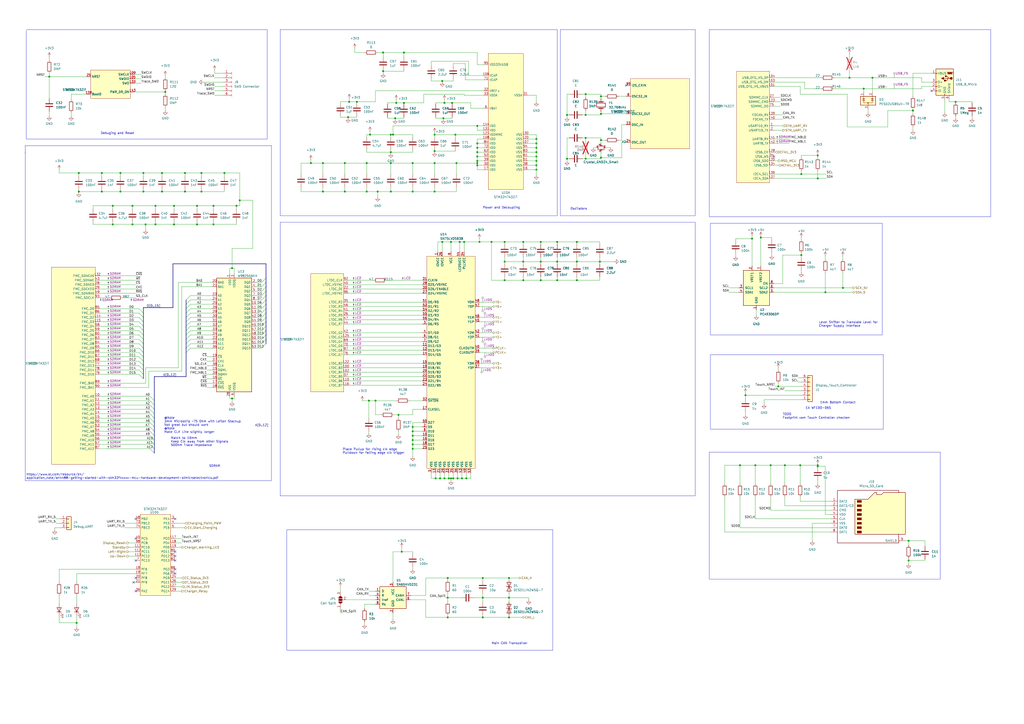
<source format=kicad_sch>
(kicad_sch
	(version 20231120)
	(generator "eeschema")
	(generator_version "8.0")
	(uuid "75d4e9cd-9120-4d2f-baba-4e6b363768e3")
	(paper "A2")
	
	(junction
		(at 276.86 94.615)
		(diameter 0)
		(color 0 0 0 0)
		(uuid "00fcb056-3add-4767-8cb8-6c3eeff2af61")
	)
	(junction
		(at 455.295 269.875)
		(diameter 0)
		(color 0 0 0 0)
		(uuid "0309492d-355e-4121-8f99-6e3ffeebd6a9")
	)
	(junction
		(at 212.725 111.125)
		(diameter 0)
		(color 0 0 0 0)
		(uuid "0464c98c-bacf-47c4-a3aa-a58ebff6ffe2")
	)
	(junction
		(at 264.795 94.615)
		(diameter 0)
		(color 0 0 0 0)
		(uuid "05395510-4e11-4f9e-a468-9a3038f0b630")
	)
	(junction
		(at 219.075 111.125)
		(diameter 0)
		(color 0 0 0 0)
		(uuid "05a2d8d5-7b7d-4110-aac3-99d50ba396aa")
	)
	(junction
		(at 45.72 111.125)
		(diameter 0)
		(color 0 0 0 0)
		(uuid "09f7f0aa-b4fe-4d5d-bd90-b2bc00b393d4")
	)
	(junction
		(at 95.885 53.34)
		(diameter 0)
		(color 0 0 0 0)
		(uuid "0cd15b36-ed1f-497f-8420-979a1d4ae477")
	)
	(junction
		(at 257.175 68.58)
		(diameter 0)
		(color 0 0 0 0)
		(uuid "0f157ae1-17ae-4aac-b97f-d77446cd21bd")
	)
	(junction
		(at 257.81 59.69)
		(diameter 0)
		(color 0 0 0 0)
		(uuid "102be731-9187-4198-b025-1237c473d6a7")
	)
	(junction
		(at 311.15 98.425)
		(diameter 0)
		(color 0 0 0 0)
		(uuid "10ece6ca-2aca-4a49-873c-232794380db3")
	)
	(junction
		(at 269.24 140.335)
		(diameter 0)
		(color 0 0 0 0)
		(uuid "162b7cde-1ca0-4d46-8fb3-b3c7bff900f0")
	)
	(junction
		(at 261.62 277.495)
		(diameter 0)
		(color 0 0 0 0)
		(uuid "163505ac-05a0-4a59-95f4-a0640c241785")
	)
	(junction
		(at 280.035 346.71)
		(diameter 0)
		(color 0 0 0 0)
		(uuid "174955dd-a6e6-4f01-8748-32638aaafb2e")
	)
	(junction
		(at 239.395 260.35)
		(diameter 0)
		(color 0 0 0 0)
		(uuid "1800cad1-03ff-4f40-b167-669d9cc39c5b")
	)
	(junction
		(at 213.995 232.41)
		(diameter 0)
		(color 0 0 0 0)
		(uuid "18bfd07a-b197-4117-b095-1bb058845ab5")
	)
	(junction
		(at 334.645 151.765)
		(diameter 0)
		(color 0 0 0 0)
		(uuid "199143a1-6170-475f-b67f-2c393ba57cfc")
	)
	(junction
		(at 200.025 94.615)
		(diameter 0)
		(color 0 0 0 0)
		(uuid "19b8964d-9716-42f5-9ef9-db9ced6b8484")
	)
	(junction
		(at 527.05 325.12)
		(diameter 0)
		(color 0 0 0 0)
		(uuid "1f6fb3ab-ee61-404a-bd3c-34fd4f446f5f")
	)
	(junction
		(at 100.965 119.38)
		(diameter 0)
		(color 0 0 0 0)
		(uuid "1fb8e6f1-fc85-4f45-97a9-1850a16020e2")
	)
	(junction
		(at 233.045 320.04)
		(diameter 0)
		(color 0 0 0 0)
		(uuid "20e947ff-0311-4264-b6f7-3547d35a3529")
	)
	(junction
		(at 256.54 46.99)
		(diameter 0)
		(color 0 0 0 0)
		(uuid "2230b9b8-0bfa-42f9-b287-64c943adbea7")
	)
	(junction
		(at 222.25 41.275)
		(diameter 0)
		(color 0 0 0 0)
		(uuid "2899239e-2c53-455a-9067-cb1b66d2e503")
	)
	(junction
		(at 259.715 335.28)
		(diameter 0)
		(color 0 0 0 0)
		(uuid "2b19d49f-b44c-4541-a9d6-9cafd7dc66b6")
	)
	(junction
		(at 492.76 45.085)
		(diameter 0)
		(color 0 0 0 0)
		(uuid "2ebcb7e9-58cd-4a4e-9c3b-e391c4480922")
	)
	(junction
		(at 303.53 162.56)
		(diameter 0)
		(color 0 0 0 0)
		(uuid "2ecb00e6-0fc5-4003-baa6-b08d4b2e0c89")
	)
	(junction
		(at 207.01 59.055)
		(diameter 0)
		(color 0 0 0 0)
		(uuid "3169ae79-ab4d-4250-8152-a144d13b5634")
	)
	(junction
		(at 292.735 140.335)
		(diameter 0)
		(color 0 0 0 0)
		(uuid "33945783-d845-4c04-a3fd-21eec80f8372")
	)
	(junction
		(at 429.26 269.875)
		(diameter 0)
		(color 0 0 0 0)
		(uuid "34aee256-af48-44d4-8d68-456f4eb445c3")
	)
	(junction
		(at 339.725 80.01)
		(diameter 0)
		(color 0 0 0 0)
		(uuid "34cf9c91-62b7-4e78-8ea2-842e3aefd2d0")
	)
	(junction
		(at 474.345 103.505)
		(diameter 0)
		(color 0 0 0 0)
		(uuid "38bbcfb1-2abb-495a-992e-ba2ad8e8560f")
	)
	(junction
		(at 276.86 83.185)
		(diameter 0)
		(color 0 0 0 0)
		(uuid "3dc27e5b-0a95-4abe-9018-7692fb0cce68")
	)
	(junction
		(at 252.095 78.105)
		(diameter 0)
		(color 0 0 0 0)
		(uuid "3e74b124-6b1e-4a2f-a3d0-de47fa96a707")
	)
	(junction
		(at 114.3 130.175)
		(diameter 0)
		(color 0 0 0 0)
		(uuid "3f330210-07ed-4b84-9cce-9fe58f8c6f85")
	)
	(junction
		(at 239.395 247.65)
		(diameter 0)
		(color 0 0 0 0)
		(uuid "4210dca3-cc35-43af-9610-d47ffa69847a")
	)
	(junction
		(at 239.395 94.615)
		(diameter 0)
		(color 0 0 0 0)
		(uuid "43067210-a6d3-453e-b04f-f460b693848e")
	)
	(junction
		(at 334.645 140.335)
		(diameter 0)
		(color 0 0 0 0)
		(uuid "43f7c86a-9c61-4a7d-8e6b-c1ce68867143")
	)
	(junction
		(at 267.97 277.495)
		(diameter 0)
		(color 0 0 0 0)
		(uuid "454fe3ba-e88d-45c8-a4b6-69cda95c436a")
	)
	(junction
		(at 436.245 138.43)
		(diameter 0)
		(color 0 0 0 0)
		(uuid "4922ad47-f3a2-4cdc-a964-955b65eadfdf")
	)
	(junction
		(at 252.095 94.615)
		(diameter 0)
		(color 0 0 0 0)
		(uuid "4979b47b-9628-411e-904c-e583be3d2a35")
	)
	(junction
		(at 65.405 119.38)
		(diameter 0)
		(color 0 0 0 0)
		(uuid "4a623b29-5ad9-422c-9c27-0ca47f5da4e6")
	)
	(junction
		(at 65.405 130.175)
		(diameter 0)
		(color 0 0 0 0)
		(uuid "4babfa6a-4daf-4eb4-a77e-9db2f9bfd3ea")
	)
	(junction
		(at 276.86 88.265)
		(diameter 0)
		(color 0 0 0 0)
		(uuid "4bee1e8f-900c-4e86-8282-cca4f67c145a")
	)
	(junction
		(at 260.35 277.495)
		(diameter 0)
		(color 0 0 0 0)
		(uuid "4c10a191-36a8-435b-bee5-2703d0cf1d41")
	)
	(junction
		(at 45.72 100.33)
		(diameter 0)
		(color 0 0 0 0)
		(uuid "4dc8704e-33ab-4c8c-aeb6-68ada972952c")
	)
	(junction
		(at 348.615 66.04)
		(diameter 0)
		(color 0 0 0 0)
		(uuid "4f03a5fc-8ed1-4d4f-a22a-9251279b139f")
	)
	(junction
		(at 464.82 147.955)
		(diameter 0)
		(color 0 0 0 0)
		(uuid "538d84a7-a6a5-42ae-88dd-382d5dda57bf")
	)
	(junction
		(at 295.275 346.71)
		(diameter 0)
		(color 0 0 0 0)
		(uuid "53d5044d-4d11-45e6-a0db-f5cc6db840e8")
	)
	(junction
		(at 93.98 111.125)
		(diameter 0)
		(color 0 0 0 0)
		(uuid "5430055b-4e07-4714-a351-3da91e117e27")
	)
	(junction
		(at 295.275 335.28)
		(diameter 0)
		(color 0 0 0 0)
		(uuid "568edea8-b2b3-4839-9ad9-125e7704ca8f")
	)
	(junction
		(at 187.325 111.125)
		(diameter 0)
		(color 0 0 0 0)
		(uuid "56ea726a-efea-4e7e-8734-bcd498740243")
	)
	(junction
		(at 116.84 100.33)
		(diameter 0)
		(color 0 0 0 0)
		(uuid "56ee0efa-2679-4c21-884b-e25dccb49b40")
	)
	(junction
		(at 239.395 111.125)
		(diameter 0)
		(color 0 0 0 0)
		(uuid "585515e2-8aa5-4ef0-96cd-ab7a5247b013")
	)
	(junction
		(at 527.05 313.69)
		(diameter 0)
		(color 0 0 0 0)
		(uuid "5a95a4cb-deda-4589-b59c-63a5fb0eb665")
	)
	(junction
		(at 234.315 59.69)
		(diameter 0)
		(color 0 0 0 0)
		(uuid "5a986a84-9dae-4a32-bf5c-c2263934a05b")
	)
	(junction
		(at 295.275 358.14)
		(diameter 0)
		(color 0 0 0 0)
		(uuid "5e99c81d-c44c-46ee-a7e3-e0c697de8bbd")
	)
	(junction
		(at 506.095 45.085)
		(diameter 0)
		(color 0 0 0 0)
		(uuid "5fe8c84d-cb0e-4ac8-b541-534a8ea9c376")
	)
	(junction
		(at 278.13 140.335)
		(diameter 0)
		(color 0 0 0 0)
		(uuid "5ff18325-6c0f-478b-8c1b-55d5e67850fe")
	)
	(junction
		(at 323.215 140.335)
		(diameter 0)
		(color 0 0 0 0)
		(uuid "62334cb4-f459-4390-b6a7-e78173420817")
	)
	(junction
		(at 303.53 151.765)
		(diameter 0)
		(color 0 0 0 0)
		(uuid "63957276-0c6b-4e9f-88d6-e3e874b70286")
	)
	(junction
		(at 339.725 66.675)
		(diameter 0)
		(color 0 0 0 0)
		(uuid "63dff46a-0d8c-4c4f-a63a-84c1fb313f50")
	)
	(junction
		(at 256.54 140.335)
		(diameter 0)
		(color 0 0 0 0)
		(uuid "6479ea0c-174b-4f16-8329-009803bada74")
	)
	(junction
		(at 139.065 116.205)
		(diameter 0)
		(color 0 0 0 0)
		(uuid "67c9858c-cdcb-428a-aa56-64bc1d92abd7")
	)
	(junction
		(at 339.725 54.61)
		(diameter 0)
		(color 0 0 0 0)
		(uuid "6928ef7c-0cf3-4460-84e5-edd36f2d110b")
	)
	(junction
		(at 323.215 162.56)
		(diameter 0)
		(color 0 0 0 0)
		(uuid "6b3e0ff4-af1d-4c4a-87fe-debb2e2d14fe")
	)
	(junction
		(at 229.235 68.58)
		(diameter 0)
		(color 0 0 0 0)
		(uuid "6b495f97-20c4-47ef-af14-3e8fb79b2710")
	)
	(junction
		(at 252.73 277.495)
		(diameter 0)
		(color 0 0 0 0)
		(uuid "6b544e79-4bde-4dee-b4da-f079a58616f8")
	)
	(junction
		(at 187.325 94.615)
		(diameter 0)
		(color 0 0 0 0)
		(uuid "6c4f4270-108f-4e2f-886b-68053d4b5075")
	)
	(junction
		(at 229.87 59.69)
		(diameter 0)
		(color 0 0 0 0)
		(uuid "6c9daea6-91b1-489b-9c1f-1103a218cb0b")
	)
	(junction
		(at 529.59 64.135)
		(diameter 0)
		(color 0 0 0 0)
		(uuid "6ca46444-7ab7-439f-b801-783a1ec7935e")
	)
	(junction
		(at 226.695 78.105)
		(diameter 0)
		(color 0 0 0 0)
		(uuid "6d59fccd-4f9d-4a5a-9cb4-37b0139277be")
	)
	(junction
		(at 252.095 87.63)
		(diameter 0)
		(color 0 0 0 0)
		(uuid "6e90a8a5-3156-4e5e-a89e-2bfded27a3d3")
	)
	(junction
		(at 90.17 130.175)
		(diameter 0)
		(color 0 0 0 0)
		(uuid "720dc829-1d71-4357-8929-67f73bb1fb9a")
	)
	(junction
		(at 285.115 140.335)
		(diameter 0)
		(color 0 0 0 0)
		(uuid "76e05001-e892-44e0-804d-0e8db86e6b36")
	)
	(junction
		(at 226.695 94.615)
		(diameter 0)
		(color 0 0 0 0)
		(uuid "77c910aa-1482-45dc-9ce8-fc41d1ffc933")
	)
	(junction
		(at 226.695 88.265)
		(diameter 0)
		(color 0 0 0 0)
		(uuid "7864c1f3-c201-4e4f-94a7-4c4498688a9e")
	)
	(junction
		(at 554.355 59.055)
		(diameter 0)
		(color 0 0 0 0)
		(uuid "795c990c-0221-47c5-a995-e34b201624ec")
	)
	(junction
		(at 116.84 111.125)
		(diameter 0)
		(color 0 0 0 0)
		(uuid "7be034dd-dbb4-4ed6-b59d-314034273e6f")
	)
	(junction
		(at 478.79 169.545)
		(diameter 0)
		(color 0 0 0 0)
		(uuid "7c080e15-db5c-422c-a002-a7856a961150")
	)
	(junction
		(at 280.035 335.28)
		(diameter 0)
		(color 0 0 0 0)
		(uuid "7c1fe152-030b-4aa7-bb72-1e4823b1847e")
	)
	(junction
		(at 123.825 130.175)
		(diameter 0)
		(color 0 0 0 0)
		(uuid "7e959385-6a58-4099-8f00-3dfa18283153")
	)
	(junction
		(at 264.16 78.105)
		(diameter 0)
		(color 0 0 0 0)
		(uuid "80919938-79ac-4a1d-958e-60fc50d682c5")
	)
	(junction
		(at 311.15 83.185)
		(diameter 0)
		(color 0 0 0 0)
		(uuid "815b124c-01a2-4662-98b1-ac7f371c8dbe")
	)
	(junction
		(at 44.45 361.315)
		(diameter 0)
		(color 0 0 0 0)
		(uuid "83e20d24-cdd8-413c-afee-cb86f052f994")
	)
	(junction
		(at 59.055 100.33)
		(diameter 0)
		(color 0 0 0 0)
		(uuid "84c34730-e23b-4c91-aa3a-67cc1c26faca")
	)
	(junction
		(at 276.86 85.725)
		(diameter 0)
		(color 0 0 0 0)
		(uuid "84daf274-e829-43bc-ac72-f3ea45ba2069")
	)
	(junction
		(at 107.315 100.33)
		(diameter 0)
		(color 0 0 0 0)
		(uuid "86fcc10d-3eed-4f8a-9634-5fbb5076a56d")
	)
	(junction
		(at 276.86 73.025)
		(diameter 0)
		(color 0 0 0 0)
		(uuid "87eef196-319a-4f09-b06c-91ac7cfd1722")
	)
	(junction
		(at 239.395 257.81)
		(diameter 0)
		(color 0 0 0 0)
		(uuid "89bc511a-a70d-449c-96ac-e8993fe575be")
	)
	(junction
		(at 328.93 92.075)
		(diameter 0)
		(color 0 0 0 0)
		(uuid "8b7c6047-821d-48a6-94ae-68e9017160a0")
	)
	(junction
		(at 447.04 269.875)
		(diameter 0)
		(color 0 0 0 0)
		(uuid "8f13980f-dd10-4978-b4b1-a38c2ef4eb7c")
	)
	(junction
		(at 227.965 78.105)
		(diameter 0)
		(color 0 0 0 0)
		(uuid "903f4baa-3a10-48de-9093-394a9601495c")
	)
	(junction
		(at 76.835 130.175)
		(diameter 0)
		(color 0 0 0 0)
		(uuid "91442aac-d1a6-4178-a094-d733124dc79e")
	)
	(junction
		(at 348.615 81.28)
		(diameter 0)
		(color 0 0 0 0)
		(uuid "92767210-40c6-48d5-a989-ae9cf056b06b")
	)
	(junction
		(at 311.15 95.885)
		(diameter 0)
		(color 0 0 0 0)
		(uuid "93ac5450-c971-4c52-9d5c-48430891a7dc")
	)
	(junction
		(at 474.345 90.17)
		(diameter 0)
		(color 0 0 0 0)
		(uuid "9b0f28be-40a6-4d44-88ad-d63c1266c7f2")
	)
	(junction
		(at 201.93 67.945)
		(diameter 0)
		(color 0 0 0 0)
		(uuid "9ca7f72a-1864-4d37-8858-9be9fa1bfa5e")
	)
	(junction
		(at 214.63 78.105)
		(diameter 0)
		(color 0 0 0 0)
		(uuid "9eb5b3fe-4553-4bfe-ae1f-849e6220fb72")
	)
	(junction
		(at 292.735 151.765)
		(diameter 0)
		(color 0 0 0 0)
		(uuid "9ed42a27-a2cd-4af1-a42a-22a6e403ec61")
	)
	(junction
		(at 226.695 111.125)
		(diameter 0)
		(color 0 0 0 0)
		(uuid "a2047227-e008-48a5-8112-93bc77fe7c57")
	)
	(junction
		(at 276.86 95.885)
		(diameter 0)
		(color 0 0 0 0)
		(uuid "a3102a54-3ca5-47bd-b205-d5bd38f0606f")
	)
	(junction
		(at 313.69 140.335)
		(diameter 0)
		(color 0 0 0 0)
		(uuid "a385d37f-01ea-40d6-abf3-22c4d0bc1f98")
	)
	(junction
		(at 347.98 151.765)
		(diameter 0)
		(color 0 0 0 0)
		(uuid "a38b7da9-290c-4c49-94e8-4699155be363")
	)
	(junction
		(at 441.325 137.795)
		(diameter 0)
		(color 0 0 0 0)
		(uuid "a5011651-7df2-46bf-8d84-837df16d2875")
	)
	(junction
		(at 313.69 151.765)
		(diameter 0)
		(color 0 0 0 0)
		(uuid "a5630e29-7a1b-4577-8c08-a9336f5a9f43")
	)
	(junction
		(at 257.81 277.495)
		(diameter 0)
		(color 0 0 0 0)
		(uuid "a5a8fe93-cd3c-4d35-bc88-b211baf12be7")
	)
	(junction
		(at 313.69 162.56)
		(diameter 0)
		(color 0 0 0 0)
		(uuid "a75f25cc-8b66-4b53-8ad8-2a42c9be1c74")
	)
	(junction
		(at 212.725 94.615)
		(diameter 0)
		(color 0 0 0 0)
		(uuid "a76cc23c-7506-4936-a327-bb609d162cf6")
	)
	(junction
		(at 334.645 162.56)
		(diameter 0)
		(color 0 0 0 0)
		(uuid "aa0957d3-024e-4059-9cb9-9f5e0e10a819")
	)
	(junction
		(at 311.15 93.345)
		(diameter 0)
		(color 0 0 0 0)
		(uuid "ac1c19b7-6ce4-4a43-9424-18c3ba61372a")
	)
	(junction
		(at 259.715 346.71)
		(diameter 0)
		(color 0 0 0 0)
		(uuid "acdf2561-ddf5-4f23-b3c3-278c6b636ccc")
	)
	(junction
		(at 261.62 140.335)
		(diameter 0)
		(color 0 0 0 0)
		(uuid "b0a1604d-9c1a-428c-84fb-f52337fc06b4")
	)
	(junction
		(at 137.16 119.38)
		(diameter 0)
		(color 0 0 0 0)
		(uuid "b1b414ab-e8e4-42c9-9a7c-77f2d2d8c047")
	)
	(junction
		(at 262.89 277.495)
		(diameter 0)
		(color 0 0 0 0)
		(uuid "b44cfc39-3702-43ef-9864-234c2bec5278")
	)
	(junction
		(at 464.82 100.965)
		(diameter 0)
		(color 0 0 0 0)
		(uuid "b4ebcc7c-22d5-459a-a2b4-ac1a8b67f146")
	)
	(junction
		(at 84.455 130.175)
		(diameter 0)
		(color 0 0 0 0)
		(uuid "b6c995d1-dc3c-4f83-9710-fa391c552028")
	)
	(junction
		(at 276.86 93.345)
		(diameter 0)
		(color 0 0 0 0)
		(uuid "b7b48de0-4c8d-45ab-9315-33e2ff574929")
	)
	(junction
		(at 270.51 277.495)
		(diameter 0)
		(color 0 0 0 0)
		(uuid "b7c42968-5f01-4fc0-bc01-edbcd7b9ad7c")
	)
	(junction
		(at 134.62 155.575)
		(diameter 0)
		(color 0 0 0 0)
		(uuid "b7fe08bb-3bd0-4582-854c-9b6b0d593e8d")
	)
	(junction
		(at 114.3 119.38)
		(diameter 0)
		(color 0 0 0 0)
		(uuid "bbf5cb59-aacd-4772-85de-43d518ad89c6")
	)
	(junction
		(at 100.965 130.175)
		(diameter 0)
		(color 0 0 0 0)
		(uuid "bc21abc6-9d71-4026-8f41-575e838bded3")
	)
	(junction
		(at 339.725 92.075)
		(diameter 0)
		(color 0 0 0 0)
		(uuid "bdb8e84d-33ed-4a23-9fbb-5f4f43ec8cda")
	)
	(junction
		(at 464.185 269.875)
		(diameter 0)
		(color 0 0 0 0)
		(uuid "c032c1fd-1b6c-4ce7-a344-8f0702c20c24")
	)
	(junction
		(at 266.7 140.335)
		(diameter 0)
		(color 0 0 0 0)
		(uuid "c1d513de-1461-4fc6-becb-be11a6ae8c41")
	)
	(junction
		(at 202.565 59.055)
		(diameter 0)
		(color 0 0 0 0)
		(uuid "c1ead61b-d2bc-4e72-8235-f0af68c4c1e7")
	)
	(junction
		(at 76.835 119.38)
		(diameter 0)
		(color 0 0 0 0)
		(uuid "c1f4960a-d2d4-407d-9a24-1ba4167443d7")
	)
	(junction
		(at 259.715 358.14)
		(diameter 0)
		(color 0 0 0 0)
		(uuid "c2069dfe-bc7a-4845-b321-1b11f1f896f0")
	)
	(junction
		(at 239.395 250.19)
		(diameter 0)
		(color 0 0 0 0)
		(uuid "c51a949b-b6cc-4952-bbaf-733ddb63dd0d")
	)
	(junction
		(at 234.315 30.48)
		(diameter 0)
		(color 0 0 0 0)
		(uuid "c84a31c5-aeae-492f-9852-1bb0d3ba3c36")
	)
	(junction
		(at 83.185 100.33)
		(diameter 0)
		(color 0 0 0 0)
		(uuid "c8e63b3d-40d4-4df3-b50c-7995145cb175")
	)
	(junction
		(at 303.53 140.335)
		(diameter 0)
		(color 0 0 0 0)
		(uuid "cc9bb760-2288-492a-8dfe-432fa38a5f0e")
	)
	(junction
		(at 280.035 358.14)
		(diameter 0)
		(color 0 0 0 0)
		(uuid "d0cf434d-5539-4e2c-973b-e850e16c062f")
	)
	(junction
		(at 311.15 88.265)
		(diameter 0)
		(color 0 0 0 0)
		(uuid "d2729b59-c031-41e9-9603-713ef2e07330")
	)
	(junction
		(at 311.15 90.805)
		(diameter 0)
		(color 0 0 0 0)
		(uuid "d4985372-2271-4382-ab5f-57123202a983")
	)
	(junction
		(at 69.85 111.125)
		(diameter 0)
		(color 0 0 0 0)
		(uuid "d5add8ad-b356-45fc-8964-090ad99711f9")
	)
	(junction
		(at 231.14 240.665)
		(diameter 0)
		(color 0 0 0 0)
		(uuid "d64c672d-e42a-4db9-bc94-7a823972ce52")
	)
	(junction
		(at 451.485 224.155)
		(diameter 0)
		(color 0 0 0 0)
		(uuid "d7ee51a5-d5b1-47aa-a3c8-fdc2da62b8cd")
	)
	(junction
		(at 123.825 119.38)
		(diameter 0)
		(color 0 0 0 0)
		(uuid "d9cc00b3-a025-427c-842e-ddffd3f1b653")
	)
	(junction
		(at 252.095 111.125)
		(diameter 0)
		(color 0 0 0 0)
		(uuid "da231f51-7de8-4b6a-9254-0117cff1f454")
	)
	(junction
		(at 69.85 100.33)
		(diameter 0)
		(color 0 0 0 0)
		(uuid "da9b575b-5b5d-4ac1-9bd3-7b3dd574937b")
	)
	(junction
		(at 107.315 111.125)
		(diameter 0)
		(color 0 0 0 0)
		(uuid "dab4801d-824e-4d07-bc82-ff769603b00f")
	)
	(junction
		(at 276.86 90.805)
		(diameter 0)
		(color 0 0 0 0)
		(uuid "dab52c84-6454-46ab-bc94-3bb4551f4409")
	)
	(junction
		(at 323.215 151.765)
		(diameter 0)
		(color 0 0 0 0)
		(uuid "de529275-a95f-44dc-8663-813ee7f14634")
	)
	(junction
		(at 311.15 85.725)
		(diameter 0)
		(color 0 0 0 0)
		(uuid "deb2c144-e7f3-40a3-b76e-f3759a652fa3")
	)
	(junction
		(at 200.025 111.125)
		(diameter 0)
		(color 0 0 0 0)
		(uuid "df53b9ca-419c-46cc-805a-fc6c0c5b8645")
	)
	(junction
		(at 262.255 59.69)
		(diameter 0)
		(color 0 0 0 0)
		(uuid "e051f035-f010-4ab0-91fe-152aba61bb38")
	)
	(junction
		(at 180.34 94.615)
		(diameter 0)
		(color 0 0 0 0)
		(uuid "e08d99d1-e0c4-4b18-b65a-fdc884d0df62")
	)
	(junction
		(at 255.27 277.495)
		(diameter 0)
		(color 0 0 0 0)
		(uuid "e2d82a75-0481-43e7-9f72-6ebb5fe5a3c2")
	)
	(junction
		(at 432.435 229.235)
		(diameter 0)
		(color 0 0 0 0)
		(uuid "e62d25b2-b8f9-4e1d-9f4d-c95d972254d3")
	)
	(junction
		(at 83.185 111.125)
		(diameter 0)
		(color 0 0 0 0)
		(uuid "e9d4e985-1e1b-4b4e-842d-45fcacdb0847")
	)
	(junction
		(at 438.15 269.875)
		(diameter 0)
		(color 0 0 0 0)
		(uuid "ea79b503-764a-4caa-b56f-d6b4355777b3")
	)
	(junction
		(at 239.395 255.27)
		(diameter 0)
		(color 0 0 0 0)
		(uuid "eb5126c1-9297-43b9-8268-25c952431e7d")
	)
	(junction
		(at 488.95 167.005)
		(diameter 0)
		(color 0 0 0 0)
		(uuid "eb88436c-5b21-428e-911c-8200993139b9")
	)
	(junction
		(at 348.615 55.88)
		(diameter 0)
		(color 0 0 0 0)
		(uuid "ee347626-ec4a-49fe-b2b4-650a4f4fbd8b")
	)
	(junction
		(at 134.62 231.14)
		(diameter 0)
		(color 0 0 0 0)
		(uuid "ee94c804-17b2-4baf-bd86-631ff7dc959f")
	)
	(junction
		(at 328.93 66.675)
		(diameter 0)
		(color 0 0 0 0)
		(uuid "f011b13f-ab28-47bb-9712-76d23453b5fd")
	)
	(junction
		(at 222.25 30.48)
		(diameter 0)
		(color 0 0 0 0)
		(uuid "f04567a4-40e9-4a31-9ec5-df47ca22fcab")
	)
	(junction
		(at 501.015 51.435)
		(diameter 0)
		(color 0 0 0 0)
		(uuid "f22d6f17-2fcd-4357-bd9f-64fa5929ae5d")
	)
	(junction
		(at 348.615 91.44)
		(diameter 0)
		(color 0 0 0 0)
		(uuid "f26ab3a7-1539-4d87-ad99-03c626ad5c9e")
	)
	(junction
		(at 93.98 100.33)
		(diameter 0)
		(color 0 0 0 0)
		(uuid "f330f9aa-fe9c-46ed-a6b0-961d5f8a27f4")
	)
	(junction
		(at 90.17 119.38)
		(diameter 0)
		(color 0 0 0 0)
		(uuid "f333b1b3-9726-4088-8f3b-f06646768b7c")
	)
	(junction
		(at 217.805 232.41)
		(diameter 0)
		(color 0 0 0 0)
		(uuid "f5112932-9007-461a-81c7-d3a5a6867193")
	)
	(junction
		(at 292.735 162.56)
		(diameter 0)
		(color 0 0 0 0)
		(uuid "f5287c06-9d68-445d-a47b-df14d0bb2e44")
	)
	(junction
		(at 474.345 270.51)
		(diameter 0)
		(color 0 0 0 0)
		(uuid "f5a152f2-7748-41c0-8b2a-60670cd89862")
	)
	(junction
		(at 59.055 111.125)
		(diameter 0)
		(color 0 0 0 0)
		(uuid "f9712263-f2c8-4cfd-9892-d66f4379ab09")
	)
	(junction
		(at 28.575 44.45)
		(diameter 0)
		(color 0 0 0 0)
		(uuid "fc2a3a48-9057-455d-bbc5-e557790d93b5")
	)
	(junction
		(at 265.43 277.495)
		(diameter 0)
		(color 0 0 0 0)
		(uuid "fca22588-26df-4be0-ac5e-755097ff10b9")
	)
	(junction
		(at 239.395 252.73)
		(diameter 0)
		(color 0 0 0 0)
		(uuid "fcf059e6-45b6-4a6a-b2d9-2d3ed0f4d8c2")
	)
	(junction
		(at 311.15 80.645)
		(diameter 0)
		(color 0 0 0 0)
		(uuid "fd6d4178-e67d-484a-b4de-48cfb8023f16")
	)
	(junction
		(at 474.345 269.875)
		(diameter 0)
		(color 0 0 0 0)
		(uuid "ff395a48-31ab-417b-ad58-9962fa57a9ac")
	)
	(junction
		(at 130.175 100.33)
		(diameter 0)
		(color 0 0 0 0)
		(uuid "ffba8283-705b-4094-9b7c-08bc15da2513")
	)
	(no_connect
		(at 78.74 335.28)
		(uuid "026238e9-d8d5-43c2-8e88-62ba6eb1f43b")
	)
	(no_connect
		(at 101.6 300.99)
		(uuid "0b30aa63-e0f2-4c3b-a58f-31343d55cffe")
	)
	(no_connect
		(at 101.6 320.04)
		(uuid "54d874e6-92f3-4c0f-8bc1-fe3544424d98")
	)
	(no_connect
		(at 363.22 49.53)
		(uuid "579c96b3-80fa-4aa0-bebc-70c716ced8f6")
	)
	(no_connect
		(at 448.945 90.805)
		(uuid "579c96b3-80fa-4aa0-bebc-70c716ced8f9")
	)
	(no_connect
		(at 101.6 332.74)
		(uuid "58e66fa2-525d-4aa3-a817-af307d76ec2e")
	)
	(no_connect
		(at 78.74 325.12)
		(uuid "8149345d-787a-4644-bffa-0ddd4c2193fb")
	)
	(no_connect
		(at 77.47 337.82)
		(uuid "8157c095-91a9-4150-ad36-dc2e017046a5")
	)
	(no_connect
		(at 101.6 325.12)
		(uuid "95888624-5fa8-429d-862c-821175b310a1")
	)
	(no_connect
		(at 78.74 312.42)
		(uuid "989bd12c-0ecd-4ab6-a696-fbff2f478572")
	)
	(no_connect
		(at 78.74 342.9)
		(uuid "9f80ace9-6efa-4039-9f5f-d9519325d017")
	)
	(no_connect
		(at 540.385 52.705)
		(uuid "a2a1a3c1-10fc-49ba-a62c-e20085999a18")
	)
	(no_connect
		(at 101.6 322.58)
		(uuid "c884f123-8b7d-4fc8-8829-8983e6431da5")
	)
	(no_connect
		(at 78.74 300.99)
		(uuid "d43abcdf-ecc6-43a6-b886-6ce083454ba1")
	)
	(no_connect
		(at 101.6 330.2)
		(uuid "e81bb722-1de2-469f-932d-aa60f8d3a7ff")
	)
	(bus_entry
		(at 80.645 214.63)
		(size 2.54 2.54)
		(stroke
			(width 0)
			(type default)
		)
		(uuid "050ee284-da91-46ff-9e3a-6a22f9ea637a")
	)
	(bus_entry
		(at 80.645 217.17)
		(size 2.54 2.54)
		(stroke
			(width 0)
			(type default)
		)
		(uuid "050ee284-da91-46ff-9e3a-6a22f9ea637b")
	)
	(bus_entry
		(at 80.645 209.55)
		(size 2.54 2.54)
		(stroke
			(width 0)
			(type default)
		)
		(uuid "050ee284-da91-46ff-9e3a-6a22f9ea637c")
	)
	(bus_entry
		(at 80.645 207.01)
		(size 2.54 2.54)
		(stroke
			(width 0)
			(type default)
		)
		(uuid "050ee284-da91-46ff-9e3a-6a22f9ea637d")
	)
	(bus_entry
		(at 80.645 212.09)
		(size 2.54 2.54)
		(stroke
			(width 0)
			(type default)
		)
		(uuid "050ee284-da91-46ff-9e3a-6a22f9ea637e")
	)
	(bus_entry
		(at 80.645 204.47)
		(size 2.54 2.54)
		(stroke
			(width 0)
			(type default)
		)
		(uuid "050ee284-da91-46ff-9e3a-6a22f9ea637f")
	)
	(bus_entry
		(at 80.645 201.93)
		(size 2.54 2.54)
		(stroke
			(width 0)
			(type default)
		)
		(uuid "050ee284-da91-46ff-9e3a-6a22f9ea6380")
	)
	(bus_entry
		(at 80.645 199.39)
		(size 2.54 2.54)
		(stroke
			(width 0)
			(type default)
		)
		(uuid "050ee284-da91-46ff-9e3a-6a22f9ea6381")
	)
	(bus_entry
		(at 80.645 196.85)
		(size 2.54 2.54)
		(stroke
			(width 0)
			(type default)
		)
		(uuid "050ee284-da91-46ff-9e3a-6a22f9ea6382")
	)
	(bus_entry
		(at 80.645 189.23)
		(size 2.54 2.54)
		(stroke
			(width 0)
			(type default)
		)
		(uuid "050ee284-da91-46ff-9e3a-6a22f9ea6383")
	)
	(bus_entry
		(at 80.645 186.69)
		(size 2.54 2.54)
		(stroke
			(width 0)
			(type default)
		)
		(uuid "050ee284-da91-46ff-9e3a-6a22f9ea6384")
	)
	(bus_entry
		(at 80.645 194.31)
		(size 2.54 2.54)
		(stroke
			(width 0)
			(type default)
		)
		(uuid "050ee284-da91-46ff-9e3a-6a22f9ea6385")
	)
	(bus_entry
		(at 80.645 191.77)
		(size 2.54 2.54)
		(stroke
			(width 0)
			(type default)
		)
		(uuid "050ee284-da91-46ff-9e3a-6a22f9ea6386")
	)
	(bus_entry
		(at 80.645 181.61)
		(size 2.54 2.54)
		(stroke
			(width 0)
			(type default)
		)
		(uuid "050ee284-da91-46ff-9e3a-6a22f9ea6387")
	)
	(bus_entry
		(at 80.645 184.15)
		(size 2.54 2.54)
		(stroke
			(width 0)
			(type default)
		)
		(uuid "050ee284-da91-46ff-9e3a-6a22f9ea6388")
	)
	(bus_entry
		(at 80.645 179.07)
		(size 2.54 2.54)
		(stroke
			(width 0)
			(type default)
		)
		(uuid "050ee284-da91-46ff-9e3a-6a22f9ea6389")
	)
	(bus_entry
		(at 86.995 232.41)
		(size 2.54 2.54)
		(stroke
			(width 0)
			(type default)
		)
		(uuid "6653836f-c312-4da2-96b7-f7968811a535")
	)
	(bus_entry
		(at 86.995 234.95)
		(size 2.54 2.54)
		(stroke
			(width 0)
			(type default)
		)
		(uuid "6653836f-c312-4da2-96b7-f7968811a536")
	)
	(bus_entry
		(at 86.995 237.49)
		(size 2.54 2.54)
		(stroke
			(width 0)
			(type default)
		)
		(uuid "6653836f-c312-4da2-96b7-f7968811a537")
	)
	(bus_entry
		(at 86.995 229.87)
		(size 2.54 2.54)
		(stroke
			(width 0)
			(type default)
		)
		(uuid "6653836f-c312-4da2-96b7-f7968811a538")
	)
	(bus_entry
		(at 86.995 240.03)
		(size 2.54 2.54)
		(stroke
			(width 0)
			(type default)
		)
		(uuid "6653836f-c312-4da2-96b7-f7968811a539")
	)
	(bus_entry
		(at 86.995 252.73)
		(size 2.54 2.54)
		(stroke
			(width 0)
			(type default)
		)
		(uuid "6653836f-c312-4da2-96b7-f7968811a53a")
	)
	(bus_entry
		(at 86.995 250.19)
		(size 2.54 2.54)
		(stroke
			(width 0)
			(type default)
		)
		(uuid "6653836f-c312-4da2-96b7-f7968811a53b")
	)
	(bus_entry
		(at 86.995 247.65)
		(size 2.54 2.54)
		(stroke
			(width 0)
			(type default)
		)
		(uuid "6653836f-c312-4da2-96b7-f7968811a53c")
	)
	(bus_entry
		(at 86.995 260.35)
		(size 2.54 2.54)
		(stroke
			(width 0)
			(type default)
		)
		(uuid "6653836f-c312-4da2-96b7-f7968811a53d")
	)
	(bus_entry
		(at 86.995 255.27)
		(size 2.54 2.54)
		(stroke
			(width 0)
			(type default)
		)
		(uuid "6653836f-c312-4da2-96b7-f7968811a53e")
	)
	(bus_entry
		(at 86.995 257.81)
		(size 2.54 2.54)
		(stroke
			(width 0)
			(type default)
		)
		(uuid "6653836f-c312-4da2-96b7-f7968811a53f")
	)
	(bus_entry
		(at 86.995 242.57)
		(size 2.54 2.54)
		(stroke
			(width 0)
			(type default)
		)
		(uuid "6653836f-c312-4da2-96b7-f7968811a540")
	)
	(bus_entry
		(at 86.995 245.11)
		(size 2.54 2.54)
		(stroke
			(width 0)
			(type default)
		)
		(uuid "6653836f-c312-4da2-96b7-f7968811a541")
	)
	(bus_entry
		(at 110.49 171.45)
		(size -2.54 2.54)
		(stroke
			(width 0)
			(type default)
		)
		(uuid "8c2eef01-4f00-4411-a012-e3ec0622534e")
	)
	(bus_entry
		(at 110.49 173.99)
		(size -2.54 2.54)
		(stroke
			(width 0)
			(type default)
		)
		(uuid "8c2eef01-4f00-4411-a012-e3ec0622534f")
	)
	(bus_entry
		(at 110.49 176.53)
		(size -2.54 2.54)
		(stroke
			(width 0)
			(type default)
		)
		(uuid "8c2eef01-4f00-4411-a012-e3ec06225350")
	)
	(bus_entry
		(at 110.49 179.07)
		(size -2.54 2.54)
		(stroke
			(width 0)
			(type default)
		)
		(uuid "8c2eef01-4f00-4411-a012-e3ec06225351")
	)
	(bus_entry
		(at 110.49 181.61)
		(size -2.54 2.54)
		(stroke
			(width 0)
			(type default)
		)
		(uuid "8c2eef01-4f00-4411-a012-e3ec06225352")
	)
	(bus_entry
		(at 110.49 184.15)
		(size -2.54 2.54)
		(stroke
			(width 0)
			(type default)
		)
		(uuid "8c2eef01-4f00-4411-a012-e3ec06225353")
	)
	(bus_entry
		(at 110.49 186.69)
		(size -2.54 2.54)
		(stroke
			(width 0)
			(type default)
		)
		(uuid "8c2eef01-4f00-4411-a012-e3ec06225354")
	)
	(bus_entry
		(at 110.49 189.23)
		(size -2.54 2.54)
		(stroke
			(width 0)
			(type default)
		)
		(uuid "8c2eef01-4f00-4411-a012-e3ec06225355")
	)
	(bus_entry
		(at 110.49 191.77)
		(size -2.54 2.54)
		(stroke
			(width 0)
			(type default)
		)
		(uuid "8c2eef01-4f00-4411-a012-e3ec06225356")
	)
	(bus_entry
		(at 110.49 194.31)
		(size -2.54 2.54)
		(stroke
			(width 0)
			(type default)
		)
		(uuid "8c2eef01-4f00-4411-a012-e3ec06225357")
	)
	(bus_entry
		(at 110.49 196.85)
		(size -2.54 2.54)
		(stroke
			(width 0)
			(type default)
		)
		(uuid "8c2eef01-4f00-4411-a012-e3ec06225358")
	)
	(bus_entry
		(at 110.49 199.39)
		(size -2.54 2.54)
		(stroke
			(width 0)
			(type default)
		)
		(uuid "8c2eef01-4f00-4411-a012-e3ec06225359")
	)
	(bus_entry
		(at 110.49 201.93)
		(size -2.54 2.54)
		(stroke
			(width 0)
			(type default)
		)
		(uuid "8c2eef01-4f00-4411-a012-e3ec0622535a")
	)
	(bus_entry
		(at 154.305 168.91)
		(size -2.54 2.54)
		(stroke
			(width 0)
			(type default)
		)
		(uuid "f2bcddd6-d2bc-406c-83db-4622aa4f78d8")
	)
	(bus_entry
		(at 154.305 176.53)
		(size -2.54 2.54)
		(stroke
			(width 0)
			(type default)
		)
		(uuid "f2bcddd6-d2bc-406c-83db-4622aa4f78d9")
	)
	(bus_entry
		(at 154.305 179.07)
		(size -2.54 2.54)
		(stroke
			(width 0)
			(type default)
		)
		(uuid "f2bcddd6-d2bc-406c-83db-4622aa4f78da")
	)
	(bus_entry
		(at 154.305 161.29)
		(size -2.54 2.54)
		(stroke
			(width 0)
			(type default)
		)
		(uuid "f2bcddd6-d2bc-406c-83db-4622aa4f78db")
	)
	(bus_entry
		(at 154.305 163.83)
		(size -2.54 2.54)
		(stroke
			(width 0)
			(type default)
		)
		(uuid "f2bcddd6-d2bc-406c-83db-4622aa4f78dc")
	)
	(bus_entry
		(at 154.305 166.37)
		(size -2.54 2.54)
		(stroke
			(width 0)
			(type default)
		)
		(uuid "f2bcddd6-d2bc-406c-83db-4622aa4f78dd")
	)
	(bus_entry
		(at 154.305 171.45)
		(size -2.54 2.54)
		(stroke
			(width 0)
			(type default)
		)
		(uuid "f2bcddd6-d2bc-406c-83db-4622aa4f78de")
	)
	(bus_entry
		(at 154.305 173.99)
		(size -2.54 2.54)
		(stroke
			(width 0)
			(type default)
		)
		(uuid "f2bcddd6-d2bc-406c-83db-4622aa4f78df")
	)
	(bus_entry
		(at 154.305 181.61)
		(size -2.54 2.54)
		(stroke
			(width 0)
			(type default)
		)
		(uuid "f2bcddd6-d2bc-406c-83db-4622aa4f78e0")
	)
	(bus_entry
		(at 154.305 184.15)
		(size -2.54 2.54)
		(stroke
			(width 0)
			(type default)
		)
		(uuid "f2bcddd6-d2bc-406c-83db-4622aa4f78e1")
	)
	(bus_entry
		(at 154.305 186.69)
		(size -2.54 2.54)
		(stroke
			(width 0)
			(type default)
		)
		(uuid "f2bcddd6-d2bc-406c-83db-4622aa4f78e2")
	)
	(bus_entry
		(at 154.305 194.31)
		(size -2.54 2.54)
		(stroke
			(width 0)
			(type default)
		)
		(uuid "f2bcddd6-d2bc-406c-83db-4622aa4f78e3")
	)
	(bus_entry
		(at 154.305 196.85)
		(size -2.54 2.54)
		(stroke
			(width 0)
			(type default)
		)
		(uuid "f2bcddd6-d2bc-406c-83db-4622aa4f78e4")
	)
	(bus_entry
		(at 154.305 199.39)
		(size -2.54 2.54)
		(stroke
			(width 0)
			(type default)
		)
		(uuid "f2bcddd6-d2bc-406c-83db-4622aa4f78e5")
	)
	(bus_entry
		(at 154.305 189.23)
		(size -2.54 2.54)
		(stroke
			(width 0)
			(type default)
		)
		(uuid "f2bcddd6-d2bc-406c-83db-4622aa4f78e6")
	)
	(bus_entry
		(at 154.305 191.77)
		(size -2.54 2.54)
		(stroke
			(width 0)
			(type default)
		)
		(uuid "f2bcddd6-d2bc-406c-83db-4622aa4f78e7")
	)
	(wire
		(pts
			(xy 137.16 121.285) (xy 137.16 119.38)
		)
		(stroke
			(width 0)
			(type default)
		)
		(uuid "001da1ed-4e42-4ebf-afd3-54b6c8fe5389")
	)
	(wire
		(pts
			(xy 276.86 95.885) (xy 276.86 98.425)
		)
		(stroke
			(width 0)
			(type default)
		)
		(uuid "00ef124c-11c3-4e8a-abf3-1641913c4f6a")
	)
	(wire
		(pts
			(xy 534.67 45.085) (xy 534.67 47.625)
		)
		(stroke
			(width 0)
			(type default)
		)
		(uuid "0105d1cf-e18b-49a4-9f5f-324babdca2cb")
	)
	(wire
		(pts
			(xy 267.335 346.71) (xy 259.715 346.71)
		)
		(stroke
			(width 0)
			(type default)
		)
		(uuid "0137279b-9857-4456-bf99-53506ab94fcf")
	)
	(wire
		(pts
			(xy 529.59 63.5) (xy 529.59 64.135)
		)
		(stroke
			(width 0)
			(type default)
		)
		(uuid "0186dbb8-4b68-4a96-a7cd-704883631428")
	)
	(wire
		(pts
			(xy 59.055 100.33) (xy 69.85 100.33)
		)
		(stroke
			(width 0)
			(type default)
		)
		(uuid "01872c48-8c5a-45b4-a872-5f0ea132e603")
	)
	(wire
		(pts
			(xy 78.105 48.26) (xy 81.915 48.26)
		)
		(stroke
			(width 0)
			(type default)
		)
		(uuid "0198bc59-cf33-4d91-81b6-3665c56ffdb9")
	)
	(wire
		(pts
			(xy 124.46 45.085) (xy 129.54 45.085)
		)
		(stroke
			(width 0)
			(type default)
		)
		(uuid "01ad7e86-5f91-42d8-a486-c417cec6f1ff")
	)
	(wire
		(pts
			(xy 201.93 218.44) (xy 245.11 218.44)
		)
		(stroke
			(width 0)
			(type default)
		)
		(uuid "01d72cf9-7990-4e7b-8a82-5906b8a8b4fc")
	)
	(wire
		(pts
			(xy 57.785 260.35) (xy 86.995 260.35)
		)
		(stroke
			(width 0)
			(type default)
		)
		(uuid "023451d7-f876-4bb7-a1dc-5f2c4888f823")
	)
	(wire
		(pts
			(xy 451.485 93.345) (xy 448.945 93.345)
		)
		(stroke
			(width 0)
			(type default)
		)
		(uuid "024f9f7a-c154-4d41-a3ff-56b2d6feb865")
	)
	(wire
		(pts
			(xy 239.395 86.995) (xy 239.395 88.265)
		)
		(stroke
			(width 0)
			(type default)
		)
		(uuid "02a2de88-ff33-421f-815a-26d3ec96d8c2")
	)
	(wire
		(pts
			(xy 110.49 179.07) (xy 123.19 179.07)
		)
		(stroke
			(width 0)
			(type default)
		)
		(uuid "02c3b81c-a03d-4999-a5eb-630ec479f464")
	)
	(wire
		(pts
			(xy 478.79 298.45) (xy 478.79 270.51)
		)
		(stroke
			(width 0)
			(type default)
		)
		(uuid "0312e6a0-522e-4b73-b7ac-2f4abb2c16c7")
	)
	(wire
		(pts
			(xy 201.93 165.1) (xy 245.11 165.1)
		)
		(stroke
			(width 0)
			(type default)
		)
		(uuid "03467af1-fd57-46f8-b326-e20bb78e94a0")
	)
	(wire
		(pts
			(xy 93.98 109.855) (xy 93.98 111.125)
		)
		(stroke
			(width 0)
			(type default)
		)
		(uuid "03924946-e5f8-4f86-8bfd-a2ecc593c122")
	)
	(wire
		(pts
			(xy 229.87 59.69) (xy 234.315 59.69)
		)
		(stroke
			(width 0)
			(type default)
		)
		(uuid "03d00187-fe5c-4e2f-969a-240f13a7a90d")
	)
	(wire
		(pts
			(xy 303.53 140.335) (xy 303.53 141.605)
		)
		(stroke
			(width 0)
			(type default)
		)
		(uuid "03eca10e-f67c-449d-95f8-cb83ef8c0759")
	)
	(wire
		(pts
			(xy 245.11 237.49) (xy 239.395 237.49)
		)
		(stroke
			(width 0)
			(type default)
		)
		(uuid "0457e69f-b59f-415e-9d03-815acd9b3032")
	)
	(wire
		(pts
			(xy 123.19 214.63) (xy 120.015 214.63)
		)
		(stroke
			(width 0)
			(type default)
		)
		(uuid "045edfd3-76d2-4fef-aaac-050ea5330f8d")
	)
	(wire
		(pts
			(xy 123.19 217.17) (xy 120.015 217.17)
		)
		(stroke
			(width 0)
			(type default)
		)
		(uuid "047477f2-0f36-4459-b039-41fe4b010bad")
	)
	(wire
		(pts
			(xy 261.62 140.335) (xy 261.62 146.05)
		)
		(stroke
			(width 0)
			(type default)
		)
		(uuid "048ae1f7-cf7f-43c9-8caf-877308ef17cc")
	)
	(wire
		(pts
			(xy 280.035 346.71) (xy 280.035 349.25)
		)
		(stroke
			(width 0)
			(type default)
		)
		(uuid "04a25213-417e-44a3-a887-f07c092fa405")
	)
	(wire
		(pts
			(xy 276.86 73.025) (xy 276.86 75.565)
		)
		(stroke
			(width 0)
			(type default)
		)
		(uuid "04d06764-1222-467e-bb72-bb4940e0a2eb")
	)
	(wire
		(pts
			(xy 239.395 320.04) (xy 239.395 321.31)
		)
		(stroke
			(width 0)
			(type default)
		)
		(uuid "04fd7c8b-7f87-49b8-818e-eb07cd42b2ed")
	)
	(wire
		(pts
			(xy 554.355 59.055) (xy 563.88 59.055)
		)
		(stroke
			(width 0)
			(type default)
		)
		(uuid "05020bd9-102d-4971-ae1a-0178999d3adf")
	)
	(wire
		(pts
			(xy 197.485 340.36) (xy 197.485 342.9)
		)
		(stroke
			(width 0)
			(type default)
		)
		(uuid "05476a4e-f907-473e-aa32-5971150b10f3")
	)
	(wire
		(pts
			(xy 95.885 53.34) (xy 95.885 54.61)
		)
		(stroke
			(width 0)
			(type default)
		)
		(uuid "055b2b1b-a476-43e9-9023-d746607e55a4")
	)
	(bus
		(pts
			(xy 89.535 250.19) (xy 89.535 252.73)
		)
		(stroke
			(width 0)
			(type default)
		)
		(uuid "05a9550f-c7e7-4ac7-97dd-7fe33914034a")
	)
	(wire
		(pts
			(xy 57.785 209.55) (xy 80.645 209.55)
		)
		(stroke
			(width 0)
			(type default)
		)
		(uuid "05c37437-c4ee-43f0-b36e-f5604be3cc1d")
	)
	(wire
		(pts
			(xy 107.315 111.125) (xy 116.84 111.125)
		)
		(stroke
			(width 0)
			(type default)
		)
		(uuid "05c80a1d-61da-4f56-b8b7-692f2e5ae6be")
	)
	(wire
		(pts
			(xy 257.81 274.32) (xy 257.81 277.495)
		)
		(stroke
			(width 0)
			(type default)
		)
		(uuid "05d05ebc-0c5d-4aa2-b993-49f39cfb976a")
	)
	(wire
		(pts
			(xy 226.695 78.105) (xy 226.695 79.375)
		)
		(stroke
			(width 0)
			(type default)
		)
		(uuid "05fcedd7-d423-4200-af55-b6364dddde0e")
	)
	(wire
		(pts
			(xy 57.785 172.72) (xy 63.5 172.72)
		)
		(stroke
			(width 0)
			(type default)
		)
		(uuid "062366ab-a299-4c30-ab4a-487e1d013932")
	)
	(wire
		(pts
			(xy 563.88 67.31) (xy 563.88 68.58)
		)
		(stroke
			(width 0)
			(type default)
		)
		(uuid "06273383-dd68-4220-9991-bd97c9ff467f")
	)
	(wire
		(pts
			(xy 285.115 162.56) (xy 285.115 140.335)
		)
		(stroke
			(width 0)
			(type default)
		)
		(uuid "0651c0ab-c804-47bd-8406-0919dff4d9e8")
	)
	(wire
		(pts
			(xy 348.615 92.075) (xy 348.615 91.44)
		)
		(stroke
			(width 0)
			(type default)
		)
		(uuid "069784bf-9409-4ada-bbbd-6a74db74a922")
	)
	(wire
		(pts
			(xy 488.95 167.005) (xy 494.665 167.005)
		)
		(stroke
			(width 0)
			(type default)
		)
		(uuid "06fe3e81-78fc-4340-84bc-720e64a6aba7")
	)
	(wire
		(pts
			(xy 464.185 290.83) (xy 481.965 290.83)
		)
		(stroke
			(width 0)
			(type default)
		)
		(uuid "06ff40bf-2e9a-410f-a335-f918c75bec07")
	)
	(bus
		(pts
			(xy 154.305 179.07) (xy 154.305 181.61)
		)
		(stroke
			(width 0)
			(type default)
		)
		(uuid "07222712-4627-49ec-9502-0185fb12da76")
	)
	(wire
		(pts
			(xy 292.735 162.56) (xy 285.115 162.56)
		)
		(stroke
			(width 0)
			(type default)
		)
		(uuid "07338f88-8711-477c-97db-d0870bc9eb4b")
	)
	(wire
		(pts
			(xy 464.82 90.17) (xy 464.82 91.44)
		)
		(stroke
			(width 0)
			(type default)
		)
		(uuid "076e84c1-7386-469e-8fd0-6c676917dad5")
	)
	(wire
		(pts
			(xy 339.725 54.61) (xy 337.82 54.61)
		)
		(stroke
			(width 0)
			(type default)
		)
		(uuid "07811f07-bb5a-422f-8b3a-059e4f6ef03e")
	)
	(wire
		(pts
			(xy 334.645 160.655) (xy 334.645 162.56)
		)
		(stroke
			(width 0)
			(type default)
		)
		(uuid "08307d4e-29a9-4d91-9c64-c2afa6d4bfaa")
	)
	(wire
		(pts
			(xy 464.82 146.685) (xy 464.82 147.955)
		)
		(stroke
			(width 0)
			(type default)
		)
		(uuid "09035c03-b936-4e0e-9938-1fffa4c7399e")
	)
	(wire
		(pts
			(xy 448.945 100.965) (xy 464.82 100.965)
		)
		(stroke
			(width 0)
			(type default)
		)
		(uuid "09572c0f-43dd-4f7d-be82-210141324bfb")
	)
	(wire
		(pts
			(xy 237.49 232.41) (xy 245.11 232.41)
		)
		(stroke
			(width 0)
			(type default)
		)
		(uuid "0a5425f6-fc2d-465c-a186-0080f7d15e9a")
	)
	(wire
		(pts
			(xy 133.35 155.575) (xy 133.35 158.75)
		)
		(stroke
			(width 0)
			(type default)
		)
		(uuid "0a5d31d6-df64-44bb-bc4f-1ce3e1b30adb")
	)
	(wire
		(pts
			(xy 311.15 55.245) (xy 306.07 55.245)
		)
		(stroke
			(width 0)
			(type default)
		)
		(uuid "0a717ec4-aad2-4f09-be92-dfecb070ee52")
	)
	(wire
		(pts
			(xy 474.345 90.17) (xy 464.82 90.17)
		)
		(stroke
			(width 0)
			(type default)
		)
		(uuid "0adaeeb5-303f-47cf-a4db-e1a7ba62b15b")
	)
	(wire
		(pts
			(xy 146.685 116.205) (xy 139.065 116.205)
		)
		(stroke
			(width 0)
			(type default)
		)
		(uuid "0b6efacb-cbd3-4f71-b5e1-11f472084546")
	)
	(wire
		(pts
			(xy 77.47 337.82) (xy 78.74 337.82)
		)
		(stroke
			(width 0)
			(type default)
		)
		(uuid "0ba6473f-22eb-4794-9d75-1bc49fcd6697")
	)
	(wire
		(pts
			(xy 261.62 277.495) (xy 261.62 278.765)
		)
		(stroke
			(width 0)
			(type default)
		)
		(uuid "0bd9d742-226d-4e14-9910-6156c6d3d75f")
	)
	(bus
		(pts
			(xy 83.185 204.47) (xy 83.185 207.01)
		)
		(stroke
			(width 0)
			(type default)
		)
		(uuid "0c34af95-5fec-45f1-9053-6b8aada1eb4a")
	)
	(wire
		(pts
			(xy 110.49 201.93) (xy 123.19 201.93)
		)
		(stroke
			(width 0)
			(type default)
		)
		(uuid "0d074d22-a9ba-41c1-ad18-558ed69dc663")
	)
	(wire
		(pts
			(xy 420.37 269.875) (xy 420.37 280.67)
		)
		(stroke
			(width 0)
			(type default)
		)
		(uuid "0d20e25f-226e-41bb-b02a-43ea35bbc94f")
	)
	(wire
		(pts
			(xy 57.785 170.18) (xy 78.74 170.18)
		)
		(stroke
			(width 0)
			(type default)
		)
		(uuid "0d51c46b-9710-43dd-9e80-02a262b282a1")
	)
	(wire
		(pts
			(xy 339.725 81.915) (xy 339.725 80.01)
		)
		(stroke
			(width 0)
			(type default)
		)
		(uuid "0d5be7aa-a700-4e41-a19c-55e5f86081b0")
	)
	(wire
		(pts
			(xy 448.945 66.675) (xy 454.025 66.675)
		)
		(stroke
			(width 0)
			(type default)
		)
		(uuid "0d74de82-80b3-43ee-b516-7e3be4ad0ea5")
	)
	(wire
		(pts
			(xy 101.6 306.07) (xy 107.315 306.07)
		)
		(stroke
			(width 0)
			(type default)
		)
		(uuid "0e59e8e9-9fa4-4d40-876e-3f6b2dd135ba")
	)
	(wire
		(pts
			(xy 224.155 162.56) (xy 245.11 162.56)
		)
		(stroke
			(width 0)
			(type default)
		)
		(uuid "0e7bd4c8-dcdb-4f6f-bb22-586a031e97ed")
	)
	(wire
		(pts
			(xy 292.735 140.335) (xy 292.735 141.605)
		)
		(stroke
			(width 0)
			(type default)
		)
		(uuid "0e7fcb9c-f068-43a0-8daf-a3d1136cf416")
	)
	(wire
		(pts
			(xy 224.79 67.945) (xy 224.79 68.58)
		)
		(stroke
			(width 0)
			(type default)
		)
		(uuid "0e89a79e-97f8-4dc9-8d26-1bfb44cd274f")
	)
	(wire
		(pts
			(xy 148.59 163.83) (xy 151.765 163.83)
		)
		(stroke
			(width 0)
			(type default)
		)
		(uuid "0eac0c80-305a-4fc7-97ec-fc06f6bcbbef")
	)
	(wire
		(pts
			(xy 449.58 224.155) (xy 451.485 224.155)
		)
		(stroke
			(width 0)
			(type default)
		)
		(uuid "0ebfda9d-6d3f-4f6c-9f98-c2a8e6fa8ebb")
	)
	(wire
		(pts
			(xy 137.16 119.38) (xy 139.065 119.38)
		)
		(stroke
			(width 0)
			(type default)
		)
		(uuid "0eca8b21-3ce2-46b1-885b-d2b4c9e48c6a")
	)
	(wire
		(pts
			(xy 334.645 151.765) (xy 347.98 151.765)
		)
		(stroke
			(width 0)
			(type default)
		)
		(uuid "0ee2e706-9be3-49d1-9daf-8e015fb6ad25")
	)
	(wire
		(pts
			(xy 90.17 119.38) (xy 100.965 119.38)
		)
		(stroke
			(width 0)
			(type default)
		)
		(uuid "1005fde0-8956-449d-9ab2-d20d705a4216")
	)
	(wire
		(pts
			(xy 120.015 224.79) (xy 123.19 224.79)
		)
		(stroke
			(width 0)
			(type default)
		)
		(uuid "1034012a-d932-47e9-86f5-3191a7516727")
	)
	(wire
		(pts
			(xy 213.995 242.57) (xy 213.995 232.41)
		)
		(stroke
			(width 0)
			(type default)
		)
		(uuid "10bdb611-f9a1-40e3-a18f-da952bef2171")
	)
	(bus
		(pts
			(xy 83.185 201.93) (xy 83.185 204.47)
		)
		(stroke
			(width 0)
			(type default)
		)
		(uuid "11149043-1c68-4dc4-92bb-882ec58a4a7c")
	)
	(wire
		(pts
			(xy 83.185 102.235) (xy 83.185 100.33)
		)
		(stroke
			(width 0)
			(type default)
		)
		(uuid "118b4db1-7c78-42f0-a3f2-2579d7fc033f")
	)
	(wire
		(pts
			(xy 306.07 88.265) (xy 311.15 88.265)
		)
		(stroke
			(width 0)
			(type default)
		)
		(uuid "11b8b2d0-2458-4de5-99d7-c7f2be49af6c")
	)
	(wire
		(pts
			(xy 93.98 100.33) (xy 93.98 102.235)
		)
		(stroke
			(width 0)
			(type default)
		)
		(uuid "11c5b034-f3bc-4763-b023-f226ca75037d")
	)
	(wire
		(pts
			(xy 239.395 247.65) (xy 239.395 250.19)
		)
		(stroke
			(width 0)
			(type default)
		)
		(uuid "11e12611-2e5d-45f6-9821-1adfe10c9708")
	)
	(polyline
		(pts
			(xy 15.24 17.145) (xy 154.94 17.145)
		)
		(stroke
			(width 0)
			(type default)
		)
		(uuid "12bd9ed1-e494-4a34-bfe1-8e86d9f46d86")
	)
	(wire
		(pts
			(xy 438.785 179.705) (xy 438.785 182.88)
		)
		(stroke
			(width 0)
			(type default)
		)
		(uuid "12e4c58b-ab41-4354-8f0b-1b4393a9a9d7")
	)
	(wire
		(pts
			(xy 245.11 252.73) (xy 239.395 252.73)
		)
		(stroke
			(width 0)
			(type default)
		)
		(uuid "131f670c-85e9-4537-98a3-c68dccba97ca")
	)
	(bus
		(pts
			(xy 107.95 191.77) (xy 107.95 194.31)
		)
		(stroke
			(width 0)
			(type default)
		)
		(uuid "13288afd-24fb-43a7-8985-40e14e5b098d")
	)
	(wire
		(pts
			(xy 124.46 55.245) (xy 129.54 55.245)
		)
		(stroke
			(width 0)
			(type default)
		)
		(uuid "134cc890-fe13-4f6b-9be4-40bcdb4fda43")
	)
	(wire
		(pts
			(xy 278.13 184.15) (xy 285.75 184.15)
		)
		(stroke
			(width 0)
			(type default)
		)
		(uuid "13b8ea73-b6ab-4576-b73f-1288f157e9f1")
	)
	(bus
		(pts
			(xy 107.95 194.31) (xy 107.95 196.85)
		)
		(stroke
			(width 0)
			(type default)
		)
		(uuid "14677d28-b7c3-4137-a689-30ecd647669e")
	)
	(wire
		(pts
			(xy 134.62 231.14) (xy 133.35 231.14)
		)
		(stroke
			(width 0)
			(type default)
		)
		(uuid "1481890e-543c-4abc-8946-0b937cc14577")
	)
	(wire
		(pts
			(xy 116.84 100.33) (xy 116.84 102.235)
		)
		(stroke
			(width 0)
			(type default)
		)
		(uuid "149ff2c2-ccbd-40e0-93db-d064436ff4ef")
	)
	(wire
		(pts
			(xy 455.295 269.875) (xy 464.185 269.875)
		)
		(stroke
			(width 0)
			(type default)
		)
		(uuid "151bcb03-7b14-4fe4-af01-a270ab7bacfc")
	)
	(wire
		(pts
			(xy 148.59 201.93) (xy 151.765 201.93)
		)
		(stroke
			(width 0)
			(type default)
		)
		(uuid "1534d886-241e-4f2a-a999-b60ddade7eea")
	)
	(wire
		(pts
			(xy 448.945 75.565) (xy 454.025 75.565)
		)
		(stroke
			(width 0)
			(type default)
		)
		(uuid "1678913b-8c00-4610-ad65-8b5aadf5909b")
	)
	(wire
		(pts
			(xy 464.185 50.165) (xy 448.945 50.165)
		)
		(stroke
			(width 0)
			(type default)
		)
		(uuid "16933a9b-37c6-4a80-89f2-47e8d388807e")
	)
	(bus
		(pts
			(xy 154.305 184.15) (xy 154.305 186.69)
		)
		(stroke
			(width 0)
			(type default)
		)
		(uuid "173649b1-7aca-4120-810c-5a456fc1e180")
	)
	(wire
		(pts
			(xy 234.315 41.275) (xy 234.315 40.64)
		)
		(stroke
			(width 0)
			(type default)
		)
		(uuid "1770572b-fb40-4313-aee7-7c922cab9c6a")
	)
	(wire
		(pts
			(xy 438.15 269.875) (xy 447.04 269.875)
		)
		(stroke
			(width 0)
			(type default)
		)
		(uuid "177a508d-4318-4f95-ba9c-494e3701820a")
	)
	(wire
		(pts
			(xy 201.93 223.52) (xy 245.11 223.52)
		)
		(stroke
			(width 0)
			(type default)
		)
		(uuid "17cdd41b-5d6e-4d09-93d6-957ca2ee805d")
	)
	(wire
		(pts
			(xy 295.275 335.28) (xy 295.275 336.55)
		)
		(stroke
			(width 0)
			(type default)
		)
		(uuid "17e42d45-a2d1-4d19-a4a0-3b9653a41759")
	)
	(wire
		(pts
			(xy 130.175 100.33) (xy 116.84 100.33)
		)
		(stroke
			(width 0)
			(type default)
		)
		(uuid "1829c3bc-4b39-47af-bee4-80f2574ee918")
	)
	(wire
		(pts
			(xy 339.725 54.61) (xy 348.615 54.61)
		)
		(stroke
			(width 0)
			(type default)
		)
		(uuid "18c785d8-5561-4650-a0b4-cd8f92f90a9c")
	)
	(wire
		(pts
			(xy 306.07 80.645) (xy 311.15 80.645)
		)
		(stroke
			(width 0)
			(type default)
		)
		(uuid "18eac1ce-bef9-4381-8ff0-b97e69209bf2")
	)
	(wire
		(pts
			(xy 214.63 76.2) (xy 214.63 78.105)
		)
		(stroke
			(width 0)
			(type default)
		)
		(uuid "192e3f44-073b-41e9-8fe8-5fd3ce1756e4")
	)
	(wire
		(pts
			(xy 426.72 139.7) (xy 426.72 138.43)
		)
		(stroke
			(width 0)
			(type default)
		)
		(uuid "19c7730a-c40e-4f50-946f-78fb9ccd4fb8")
	)
	(wire
		(pts
			(xy 28.575 64.77) (xy 28.575 67.31)
		)
		(stroke
			(width 0)
			(type default)
		)
		(uuid "1a1f1045-a06e-4c8b-baf4-d0644cd75b1f")
	)
	(wire
		(pts
			(xy 57.785 222.25) (xy 84.455 222.25)
		)
		(stroke
			(width 0)
			(type default)
		)
		(uuid "1a26523e-492e-49fc-a559-ae2f88affcbe")
	)
	(wire
		(pts
			(xy 74.295 314.96) (xy 78.74 314.96)
		)
		(stroke
			(width 0)
			(type default)
		)
		(uuid "1b1fb660-f1c6-44ab-b614-cc2f671a12da")
	)
	(wire
		(pts
			(xy 432.435 227.965) (xy 432.435 229.235)
		)
		(stroke
			(width 0)
			(type default)
		)
		(uuid "1ba1d2ff-4a7f-412e-8097-ef032c767862")
	)
	(bus
		(pts
			(xy 89.535 240.03) (xy 89.535 242.57)
		)
		(stroke
			(width 0)
			(type default)
		)
		(uuid "1bdeb883-420d-4ec8-ba7a-4ecc6acf304d")
	)
	(bus
		(pts
			(xy 100.33 153.035) (xy 154.305 153.035)
		)
		(stroke
			(width 0)
			(type default)
		)
		(uuid "1c288bbc-8bd7-497c-9ee3-0929ac5ed149")
	)
	(wire
		(pts
			(xy 229.87 59.69) (xy 224.79 59.69)
		)
		(stroke
			(width 0)
			(type default)
		)
		(uuid "1c8bf077-1cc8-4d84-ac4b-3a457b2b052b")
	)
	(wire
		(pts
			(xy 455.295 288.29) (xy 455.295 293.37)
		)
		(stroke
			(width 0)
			(type default)
		)
		(uuid "1cedac9d-5441-46ab-8a7c-39c1f69f3861")
	)
	(wire
		(pts
			(xy 187.325 94.615) (xy 187.325 100.965)
		)
		(stroke
			(width 0)
			(type default)
		)
		(uuid "1e59afca-f051-45f1-8cf6-be6cc0d6cb00")
	)
	(wire
		(pts
			(xy 278.13 210.82) (xy 285.75 210.82)
		)
		(stroke
			(width 0)
			(type default)
		)
		(uuid "1e5e3353-f851-4159-94f7-3ab5d8deec17")
	)
	(wire
		(pts
			(xy 262.89 36.83) (xy 269.875 36.83)
		)
		(stroke
			(width 0)
			(type default)
		)
		(uuid "1eecb796-98f6-460a-9215-c63e7ccd2ff5")
	)
	(wire
		(pts
			(xy 360.68 81.28) (xy 360.68 72.39)
		)
		(stroke
			(width 0)
			(type default)
		)
		(uuid "1ef1523a-d63c-4a41-bba8-1cf18b22b156")
	)
	(wire
		(pts
			(xy 93.98 111.125) (xy 107.315 111.125)
		)
		(stroke
			(width 0)
			(type default)
		)
		(uuid "1f3c42b6-00e0-4eea-b8f1-7720c16406ff")
	)
	(wire
		(pts
			(xy 28.575 42.545) (xy 28.575 44.45)
		)
		(stroke
			(width 0)
			(type default)
		)
		(uuid "1f3e94c5-053a-48a4-8e0f-1c17f81a484a")
	)
	(wire
		(pts
			(xy 278.13 140.335) (xy 285.115 140.335)
		)
		(stroke
			(width 0)
			(type default)
		)
		(uuid "1f6115be-c7ee-4cd7-b21a-b9743e64bc23")
	)
	(wire
		(pts
			(xy 217.805 240.665) (xy 217.805 232.41)
		)
		(stroke
			(width 0)
			(type default)
		)
		(uuid "1f788f14-0fb6-4a6e-87c4-edaa70ab649c")
	)
	(wire
		(pts
			(xy 201.93 180.34) (xy 245.11 180.34)
		)
		(stroke
			(width 0)
			(type default)
		)
		(uuid "1f8e2ab8-f4c6-443b-a195-6ec19e2486f4")
	)
	(bus
		(pts
			(xy 89.535 242.57) (xy 89.535 245.11)
		)
		(stroke
			(width 0)
			(type default)
		)
		(uuid "1fa745f7-b9f3-4782-9d96-bab02cbdf0cf")
	)
	(wire
		(pts
			(xy 494.665 169.545) (xy 478.79 169.545)
		)
		(stroke
			(width 0)
			(type default)
		)
		(uuid "1fc6c4a3-99a3-4fc5-9a67-127ff28ae925")
	)
	(wire
		(pts
			(xy 448.945 80.645) (xy 457.835 80.645)
		)
		(stroke
			(width 0)
			(type default)
		)
		(uuid "205a2861-0b19-4427-830d-77169cb652a4")
	)
	(polyline
		(pts
			(xy 154.94 80.645) (xy 154.94 17.145)
		)
		(stroke
			(width 0)
			(type default)
		)
		(uuid "213f3fe9-31fc-44da-a664-058b342bb03c")
	)
	(wire
		(pts
			(xy 32.385 303.53) (xy 34.925 303.53)
		)
		(stroke
			(width 0)
			(type default)
		)
		(uuid "2174cb10-b618-4bad-abaf-b94482be6601")
	)
	(wire
		(pts
			(xy 323.215 141.605) (xy 323.215 140.335)
		)
		(stroke
			(width 0)
			(type default)
		)
		(uuid "21c5c5f7-9047-43ea-83f7-88aa50b0849a")
	)
	(wire
		(pts
			(xy 311.15 83.185) (xy 311.15 85.725)
		)
		(stroke
			(width 0)
			(type default)
		)
		(uuid "2220d42f-92b6-479a-bbaf-cad41a55edae")
	)
	(wire
		(pts
			(xy 454.025 147.955) (xy 454.025 164.465)
		)
		(stroke
			(width 0)
			(type default)
		)
		(uuid "22279761-fc74-4140-818f-5c5f0b1b0e74")
	)
	(wire
		(pts
			(xy 200.025 111.125) (xy 212.725 111.125)
		)
		(stroke
			(width 0)
			(type default)
		)
		(uuid "22415f05-ab9c-421b-9817-d0f7493d83a1")
	)
	(wire
		(pts
			(xy 260.35 277.495) (xy 261.62 277.495)
		)
		(stroke
			(width 0)
			(type default)
		)
		(uuid "22551caf-be57-4406-8cc1-211533662a6c")
	)
	(wire
		(pts
			(xy 238.125 345.44) (xy 247.015 345.44)
		)
		(stroke
			(width 0)
			(type default)
		)
		(uuid "233da0a0-e4c9-4968-b1c2-034f4a4a8a69")
	)
	(wire
		(pts
			(xy 449.58 88.265) (xy 448.945 88.265)
		)
		(stroke
			(width 0)
			(type default)
		)
		(uuid "2397632e-85d7-4c02-943a-6fc5ddda15cf")
	)
	(wire
		(pts
			(xy 134.62 231.14) (xy 135.89 231.14)
		)
		(stroke
			(width 0)
			(type default)
		)
		(uuid "23cfe2b4-32c9-4137-a1f0-6b06c5bf518b")
	)
	(wire
		(pts
			(xy 45.72 100.33) (xy 34.29 100.33)
		)
		(stroke
			(width 0)
			(type default)
		)
		(uuid "23dc5e2e-3d78-4b5d-ad1e-60a52ebf784a")
	)
	(wire
		(pts
			(xy 222.25 30.48) (xy 234.315 30.48)
		)
		(stroke
			(width 0)
			(type default)
		)
		(uuid "23fab76e-97d5-4079-a465-c8f8deaf3587")
	)
	(wire
		(pts
			(xy 28.575 33.02) (xy 28.575 34.925)
		)
		(stroke
			(width 0)
			(type default)
		)
		(uuid "2433beca-5958-4b6f-9211-d9011a22816b")
	)
	(wire
		(pts
			(xy 201.93 193.04) (xy 245.11 193.04)
		)
		(stroke
			(width 0)
			(type default)
		)
		(uuid "24eaf903-2fd4-4e4c-9f4f-1ab5158ca25b")
	)
	(wire
		(pts
			(xy 226.695 100.965) (xy 226.695 94.615)
		)
		(stroke
			(width 0)
			(type default)
		)
		(uuid "251b11b8-c69b-4da3-a233-eb72ba6eb7f7")
	)
	(wire
		(pts
			(xy 90.17 121.285) (xy 90.17 119.38)
		)
		(stroke
			(width 0)
			(type default)
		)
		(uuid "254edd1a-1d5e-49cf-b8e4-2836d5713c73")
	)
	(wire
		(pts
			(xy 266.7 140.335) (xy 269.24 140.335)
		)
		(stroke
			(width 0)
			(type default)
		)
		(uuid "2594f10e-1c11-4a4b-bb74-0245db35d977")
	)
	(wire
		(pts
			(xy 65.405 119.38) (xy 76.835 119.38)
		)
		(stroke
			(width 0)
			(type default)
		)
		(uuid "25e88fc4-7648-444a-a97c-e8d053df149f")
	)
	(wire
		(pts
			(xy 78.105 45.72) (xy 81.915 45.72)
		)
		(stroke
			(width 0)
			(type default)
		)
		(uuid "269b46ae-8653-428f-a2c6-c787478ae3ef")
	)
	(wire
		(pts
			(xy 276.86 85.725) (xy 276.86 83.185)
		)
		(stroke
			(width 0)
			(type default)
		)
		(uuid "26bb7ddb-4fe6-4db1-8d72-4195a73fd8a5")
	)
	(wire
		(pts
			(xy 348.615 66.04) (xy 363.22 66.04)
		)
		(stroke
			(width 0)
			(type default)
		)
		(uuid "26ebde36-ef67-4076-a1fe-34c237494319")
	)
	(wire
		(pts
			(xy 276.86 93.345) (xy 276.86 94.615)
		)
		(stroke
			(width 0)
			(type default)
		)
		(uuid "276fa1b1-22af-48a1-964f-bfd527e39bdd")
	)
	(wire
		(pts
			(xy 426.72 138.43) (xy 436.245 138.43)
		)
		(stroke
			(width 0)
			(type default)
		)
		(uuid "286f2c2c-755c-4a79-972c-e91a439aedbe")
	)
	(wire
		(pts
			(xy 245.11 260.35) (xy 239.395 260.35)
		)
		(stroke
			(width 0)
			(type default)
		)
		(uuid "2883eb2a-dfad-4981-bf7d-7aa553a39522")
	)
	(bus
		(pts
			(xy 100.33 178.435) (xy 100.33 153.035)
		)
		(stroke
			(width 0)
			(type default)
		)
		(uuid "290cf969-1bd9-4566-b12b-a5e9a3743fa1")
	)
	(wire
		(pts
			(xy 239.395 108.585) (xy 239.395 111.125)
		)
		(stroke
			(width 0)
			(type default)
		)
		(uuid "29b0cb3c-300e-4891-9d4f-10678e4d10be")
	)
	(wire
		(pts
			(xy 256.54 47.625) (xy 256.54 46.99)
		)
		(stroke
			(width 0)
			(type default)
		)
		(uuid "29ea5eae-36a1-4d30-8713-cff3e008e581")
	)
	(wire
		(pts
			(xy 212.725 111.125) (xy 219.075 111.125)
		)
		(stroke
			(width 0)
			(type default)
		)
		(uuid "29f3d86a-2777-4b71-b35a-fa086fbe38a6")
	)
	(wire
		(pts
			(xy 101.6 342.9) (xy 105.41 342.9)
		)
		(stroke
			(width 0)
			(type default)
		)
		(uuid "2a1af0b9-3444-4aaf-b168-1cacf067b3e6")
	)
	(polyline
		(pts
			(xy 157.48 84.455) (xy 14.605 84.455)
		)
		(stroke
			(width 0)
			(type default)
		)
		(uuid "2a6fe914-c0bd-468f-a9de-ad78e6d6d66f")
	)
	(wire
		(pts
			(xy 57.785 162.56) (xy 78.74 162.56)
		)
		(stroke
			(width 0)
			(type default)
		)
		(uuid "2a8fc2fb-8c66-4552-a696-0f391b6bc716")
	)
	(wire
		(pts
			(xy 130.175 100.33) (xy 139.065 100.33)
		)
		(stroke
			(width 0)
			(type default)
		)
		(uuid "2a901024-365b-41d8-9a6a-0019421d35a5")
	)
	(wire
		(pts
			(xy 323.215 149.225) (xy 323.215 151.765)
		)
		(stroke
			(width 0)
			(type default)
		)
		(uuid "2acd2ada-8a18-44e3-a297-7a42c97457cb")
	)
	(wire
		(pts
			(xy 347.98 160.655) (xy 347.98 162.56)
		)
		(stroke
			(width 0)
			(type default)
		)
		(uuid "2b4506bd-c65c-4c1b-9ddd-1fee70f1104e")
	)
	(wire
		(pts
			(xy 134.62 233.045) (xy 134.62 231.14)
		)
		(stroke
			(width 0)
			(type default)
		)
		(uuid "2b52592e-d087-43a4-86ff-fe529062dce0")
	)
	(wire
		(pts
			(xy 529.59 55.88) (xy 529.59 42.545)
		)
		(stroke
			(width 0)
			(type default)
		)
		(uuid "2b6f2ba1-83ed-4b7b-b4d6-1a9fcc5e2c1c")
	)
	(wire
		(pts
			(xy 222.25 41.275) (xy 234.315 41.275)
		)
		(stroke
			(width 0)
			(type default)
		)
		(uuid "2ba2e004-05d3-48f3-a972-dd8b3ea30320")
	)
	(wire
		(pts
			(xy 303.53 151.765) (xy 292.735 151.765)
		)
		(stroke
			(width 0)
			(type default)
		)
		(uuid "2c3db644-0a86-4c32-8f0e-df549b1c0e12")
	)
	(wire
		(pts
			(xy 252.095 94.615) (xy 264.795 94.615)
		)
		(stroke
			(width 0)
			(type default)
		)
		(uuid "2c645bbf-d291-464e-9e7f-f458a4ea34db")
	)
	(wire
		(pts
			(xy 306.07 78.105) (xy 311.15 78.105)
		)
		(stroke
			(width 0)
			(type default)
		)
		(uuid "2c7ce49e-429e-417c-9da0-4274c00e5058")
	)
	(wire
		(pts
			(xy 259.715 335.28) (xy 280.035 335.28)
		)
		(stroke
			(width 0)
			(type default)
		)
		(uuid "2c7e64ef-85a6-46fb-b739-c4430b03a193")
	)
	(wire
		(pts
			(xy 474.345 269.24) (xy 474.345 269.875)
		)
		(stroke
			(width 0)
			(type default)
		)
		(uuid "2d55babc-a36b-4a83-a0cf-54b0454ee3d4")
	)
	(wire
		(pts
			(xy 34.29 345.44) (xy 34.29 349.885)
		)
		(stroke
			(width 0)
			(type default)
		)
		(uuid "2dd873ad-027d-436b-9a23-adf88f7c9900")
	)
	(wire
		(pts
			(xy 86.36 215.265) (xy 105.41 215.265)
		)
		(stroke
			(width 0)
			(type default)
		)
		(uuid "2e428e76-2b29-4a13-aac8-c5ac3a80dda9")
	)
	(wire
		(pts
			(xy 57.785 189.23) (xy 80.645 189.23)
		)
		(stroke
			(width 0)
			(type default)
		)
		(uuid "2ea27b7a-6ce6-49bd-8402-37e0a4d2eb2a")
	)
	(wire
		(pts
			(xy 488.95 148.59) (xy 488.95 150.495)
		)
		(stroke
			(width 0)
			(type default)
		)
		(uuid "2f06f070-2e95-4507-b883-21b9e4f1c475")
	)
	(wire
		(pts
			(xy 57.785 247.65) (xy 86.995 247.65)
		)
		(stroke
			(width 0)
			(type default)
		)
		(uuid "2f24eae6-3b9b-48c6-88d0-04a939f2b497")
	)
	(wire
		(pts
			(xy 120.015 219.71) (xy 123.19 219.71)
		)
		(stroke
			(width 0)
			(type default)
		)
		(uuid "2f2d340e-b28e-454a-8505-4a1d26d24d70")
	)
	(wire
		(pts
			(xy 529.59 42.545) (xy 540.385 42.545)
		)
		(stroke
			(width 0)
			(type default)
		)
		(uuid "2f63ead8-fe8a-466e-8db8-30b56306bf1e")
	)
	(wire
		(pts
			(xy 306.07 85.725) (xy 311.15 85.725)
		)
		(stroke
			(width 0)
			(type default)
		)
		(uuid "2f7a00df-d867-432f-98d4-01b59dc14473")
	)
	(wire
		(pts
			(xy 481.965 300.99) (xy 438.15 300.99)
		)
		(stroke
			(width 0)
			(type default)
		)
		(uuid "2fed71a7-65b1-4be5-85fb-2908c7912236")
	)
	(wire
		(pts
			(xy 78.105 53.34) (xy 95.885 53.34)
		)
		(stroke
			(width 0)
			(type default)
		)
		(uuid "30433b5c-2cac-4b3c-bd05-51a5fdb6aa95")
	)
	(wire
		(pts
			(xy 347.98 151.765) (xy 347.98 153.035)
		)
		(stroke
			(width 0)
			(type default)
		)
		(uuid "3072481f-5ed1-4556-93c5-38a1dc795f63")
	)
	(wire
		(pts
			(xy 44.45 357.505) (xy 44.45 361.315)
		)
		(stroke
			(width 0)
			(type default)
		)
		(uuid "3162af59-108a-4176-baf4-1502a86bcf18")
	)
	(wire
		(pts
			(xy 197.485 353.06) (xy 197.485 355.6)
		)
		(stroke
			(width 0)
			(type default)
		)
		(uuid "31881bb0-b7ff-49dd-8729-a4efd8701b8f")
	)
	(wire
		(pts
			(xy 432.435 229.235) (xy 432.435 231.14)
		)
		(stroke
			(width 0)
			(type default)
		)
		(uuid "31a20343-478b-4701-8128-e83b31dd74b9")
	)
	(wire
		(pts
			(xy 448.945 83.185) (xy 457.835 83.185)
		)
		(stroke
			(width 0)
			(type default)
		)
		(uuid "31a8a5f5-0e43-4cdd-a03b-3c715252a544")
	)
	(wire
		(pts
			(xy 134.62 155.575) (xy 134.62 144.145)
		)
		(stroke
			(width 0)
			(type default)
		)
		(uuid "3247134c-2a69-4f1a-81ac-e7ee0c3301c9")
	)
	(wire
		(pts
			(xy 481.965 293.37) (xy 455.295 293.37)
		)
		(stroke
			(width 0)
			(type default)
		)
		(uuid "32739eea-7a60-43d8-877e-0e5bb1c6482c")
	)
	(wire
		(pts
			(xy 443.23 234.315) (xy 443.23 231.775)
		)
		(stroke
			(width 0)
			(type default)
		)
		(uuid "3291adc5-e248-4813-b058-d490d4cf17bc")
	)
	(wire
		(pts
			(xy 257.81 59.69) (xy 252.73 59.69)
		)
		(stroke
			(width 0)
			(type default)
		)
		(uuid "32c73bd6-e66f-47b7-aadb-c4102cd7c8b4")
	)
	(wire
		(pts
			(xy 292.735 149.225) (xy 292.735 151.765)
		)
		(stroke
			(width 0)
			(type default)
		)
		(uuid "32e269e3-a024-4e54-a502-fbe07f7bf533")
	)
	(wire
		(pts
			(xy 269.24 55.245) (xy 280.67 55.245)
		)
		(stroke
			(width 0)
			(type default)
		)
		(uuid "32fbbd4d-f7f5-40d2-ac7a-17b7939d2fa4")
	)
	(wire
		(pts
			(xy 212.725 100.965) (xy 212.725 94.615)
		)
		(stroke
			(width 0)
			(type default)
		)
		(uuid "3323fd77-151a-45f9-9e88-edf40fc63c69")
	)
	(wire
		(pts
			(xy 422.91 169.545) (xy 428.625 169.545)
		)
		(stroke
			(width 0)
			(type default)
		)
		(uuid "333c213a-265f-4e2a-8301-72229e0c12f3")
	)
	(wire
		(pts
			(xy 252.73 59.69) (xy 252.73 60.325)
		)
		(stroke
			(width 0)
			(type default)
		)
		(uuid "334cd74c-e5aa-4245-861f-db092ecbb3f3")
	)
	(wire
		(pts
			(xy 219.075 30.48) (xy 222.25 30.48)
		)
		(stroke
			(width 0)
			(type default)
		)
		(uuid "3367795a-77c1-4807-bc3d-3cbecd034074")
	)
	(wire
		(pts
			(xy 222.25 41.275) (xy 222.25 42.545)
		)
		(stroke
			(width 0)
			(type default)
		)
		(uuid "33a5d43f-6a2d-4c91-8575-24b45392b306")
	)
	(wire
		(pts
			(xy 266.7 140.335) (xy 266.7 146.05)
		)
		(stroke
			(width 0)
			(type default)
		)
		(uuid "33d5441a-54df-4b93-a751-39e9c4399aa5")
	)
	(wire
		(pts
			(xy 201.93 213.36) (xy 245.11 213.36)
		)
		(stroke
			(width 0)
			(type default)
		)
		(uuid "33fe2ba8-cf73-4130-b513-26a81d6d1c5a")
	)
	(wire
		(pts
			(xy 101.6 312.42) (xy 105.41 312.42)
		)
		(stroke
			(width 0)
			(type default)
		)
		(uuid "348ab76e-98b0-4641-b487-b2667622361f")
	)
	(wire
		(pts
			(xy 257.81 57.785) (xy 257.81 59.69)
		)
		(stroke
			(width 0)
			(type default)
		)
		(uuid "349d6000-5958-4088-924b-015e1aa4ab5f")
	)
	(wire
		(pts
			(xy 276.86 73.025) (xy 227.965 73.025)
		)
		(stroke
			(width 0)
			(type default)
		)
		(uuid "34bc32b9-1b97-4354-bdf3-70a41df3662f")
	)
	(wire
		(pts
			(xy 200.025 100.965) (xy 200.025 94.615)
		)
		(stroke
			(width 0)
			(type default)
		)
		(uuid "34e30232-a870-4a11-b3df-a56f36e41707")
	)
	(bus
		(pts
			(xy 107.95 196.85) (xy 107.95 199.39)
		)
		(stroke
			(width 0)
			(type default)
		)
		(uuid "352a1a93-213d-494d-a4af-f0d476f84a88")
	)
	(wire
		(pts
			(xy 328.93 80.01) (xy 330.2 80.01)
		)
		(stroke
			(width 0)
			(type default)
		)
		(uuid "358e3b95-60f7-4814-a6b0-2b6721856634")
	)
	(wire
		(pts
			(xy 429.26 269.875) (xy 438.15 269.875)
		)
		(stroke
			(width 0)
			(type default)
		)
		(uuid "35fbef6c-d0cb-47d0-a932-448e9d313c2c")
	)
	(wire
		(pts
			(xy 292.735 140.335) (xy 303.53 140.335)
		)
		(stroke
			(width 0)
			(type default)
		)
		(uuid "361f690e-9dc6-4f34-b813-2fca7ca304a6")
	)
	(wire
		(pts
			(xy 245.745 59.69) (xy 245.745 54.61)
		)
		(stroke
			(width 0)
			(type default)
		)
		(uuid "3625182d-316d-404d-a453-6894deca8edb")
	)
	(polyline
		(pts
			(xy 15.24 17.78) (xy 15.24 80.645)
		)
		(stroke
			(width 0)
			(type default)
		)
		(uuid "3625fe2c-a5ed-4947-90dc-34283e397e2b")
	)
	(wire
		(pts
			(xy 347.98 162.56) (xy 334.645 162.56)
		)
		(stroke
			(width 0)
			(type default)
		)
		(uuid "363b8f78-4e20-4e16-b58f-43131c6882f3")
	)
	(polyline
		(pts
			(xy 162.56 17.145) (xy 162.56 125.095)
		)
		(stroke
			(width 0)
			(type default)
		)
		(uuid "367d3a2e-d507-4cb6-aa58-f00c7b1573c0")
	)
	(wire
		(pts
			(xy 247.015 335.28) (xy 259.715 335.28)
		)
		(stroke
			(width 0)
			(type default)
		)
		(uuid "36eae3ca-17f3-48c9-b8b6-f0248dc098fb")
	)
	(wire
		(pts
			(xy 90.17 130.175) (xy 100.965 130.175)
		)
		(stroke
			(width 0)
			(type default)
		)
		(uuid "377851d6-c842-4bb4-bd82-7f5c3d37653e")
	)
	(wire
		(pts
			(xy 148.59 199.39) (xy 151.765 199.39)
		)
		(stroke
			(width 0)
			(type default)
		)
		(uuid "3778acee-bb29-4bf8-90ea-8e562ce628c9")
	)
	(wire
		(pts
			(xy 344.17 85.725) (xy 346.075 85.725)
		)
		(stroke
			(width 0)
			(type default)
		)
		(uuid "37b85870-3bbd-4c56-b23c-2fd74aa75e8f")
	)
	(wire
		(pts
			(xy 311.15 93.345) (xy 311.15 95.885)
		)
		(stroke
			(width 0)
			(type default)
		)
		(uuid "37e35a51-ec83-4b51-9b97-5cdfa8d12de1")
	)
	(polyline
		(pts
			(xy 14.605 278.765) (xy 157.48 278.765)
		)
		(stroke
			(width 0)
			(type default)
		)
		(uuid "37f7e75d-a37a-4021-a293-7c4e768b75b4")
	)
	(wire
		(pts
			(xy 269.875 46.355) (xy 280.67 46.355)
		)
		(stroke
			(width 0)
			(type default)
		)
		(uuid "380fcc9e-fedf-42b7-81fa-b3c25d46579a")
	)
	(wire
		(pts
			(xy 306.07 95.885) (xy 311.15 95.885)
		)
		(stroke
			(width 0)
			(type default)
		)
		(uuid "38725d08-729f-4fd7-8fdc-ae4dede21217")
	)
	(wire
		(pts
			(xy 107.315 111.125) (xy 107.315 109.855)
		)
		(stroke
			(width 0)
			(type default)
		)
		(uuid "38915b7b-f396-4ae2-a2a0-91c9338a80f4")
	)
	(wire
		(pts
			(xy 339.725 56.515) (xy 339.725 54.61)
		)
		(stroke
			(width 0)
			(type default)
		)
		(uuid "39b91216-65bf-46be-ac23-527065c7925a")
	)
	(bus
		(pts
			(xy 154.305 189.23) (xy 154.305 191.77)
		)
		(stroke
			(width 0)
			(type default)
		)
		(uuid "3a821811-422c-4bc3-8718-eb3b723fb452")
	)
	(wire
		(pts
			(xy 205.74 30.48) (xy 211.455 30.48)
		)
		(stroke
			(width 0)
			(type default)
		)
		(uuid "3a92c050-30da-4a49-b4dd-89827209379b")
	)
	(wire
		(pts
			(xy 41.275 57.785) (xy 41.275 54.61)
		)
		(stroke
			(width 0)
			(type default)
		)
		(uuid "3ad012b7-5b00-4f5a-b84a-e9b6addb48df")
	)
	(wire
		(pts
			(xy 44.45 345.44) (xy 44.45 349.885)
		)
		(stroke
			(width 0)
			(type default)
		)
		(uuid "3ae7ee3a-5314-4182-a2b4-b0f64a72cdda")
	)
	(wire
		(pts
			(xy 448.945 167.005) (xy 488.95 167.005)
		)
		(stroke
			(width 0)
			(type default)
		)
		(uuid "3b5e5ca5-6724-4cf1-aa5d-45b2d21bdc25")
	)
	(wire
		(pts
			(xy 278.13 193.04) (xy 285.75 193.04)
		)
		(stroke
			(width 0)
			(type default)
		)
		(uuid "3b6e6389-510f-464e-93db-0bed76a14d11")
	)
	(wire
		(pts
			(xy 57.785 252.73) (xy 86.995 252.73)
		)
		(stroke
			(width 0)
			(type default)
		)
		(uuid "3b9447f6-b732-432c-a1ed-ad5f9c124526")
	)
	(wire
		(pts
			(xy 420.37 288.29) (xy 420.37 308.61)
		)
		(stroke
			(width 0)
			(type default)
		)
		(uuid "3be7f967-2612-4e75-84ed-f24d396f78e5")
	)
	(wire
		(pts
			(xy 259.715 346.71) (xy 259.715 349.25)
		)
		(stroke
			(width 0)
			(type default)
		)
		(uuid "3c1a916f-5e69-4917-a8bf-135e3de08884")
	)
	(wire
		(pts
			(xy 201.93 182.88) (xy 245.11 182.88)
		)
		(stroke
			(width 0)
			(type default)
		)
		(uuid "3c775709-0933-4d6a-9c20-5df32dd68836")
	)
	(bus
		(pts
			(xy 83.185 189.23) (xy 83.185 191.77)
		)
		(stroke
			(width 0)
			(type default)
		)
		(uuid "3d417d51-7b2f-4639-a67f-6db87e38e136")
	)
	(wire
		(pts
			(xy 239.395 111.125) (xy 252.095 111.125)
		)
		(stroke
			(width 0)
			(type default)
		)
		(uuid "3db41bc8-b8da-40e2-9e37-99d5d67839f2")
	)
	(wire
		(pts
			(xy 69.85 109.855) (xy 69.85 111.125)
		)
		(stroke
			(width 0)
			(type default)
		)
		(uuid "3dbf5f02-c863-46fb-9e4c-6ef147ace456")
	)
	(wire
		(pts
			(xy 59.055 111.125) (xy 69.85 111.125)
		)
		(stroke
			(width 0)
			(type default)
		)
		(uuid "3e5b5159-60cc-40d7-887d-8bf83ac09a35")
	)
	(wire
		(pts
			(xy 278.13 186.69) (xy 285.75 186.69)
		)
		(stroke
			(width 0)
			(type default)
		)
		(uuid "3e73c403-63f8-46b4-9805-72fd71a81c73")
	)
	(wire
		(pts
			(xy 231.14 250.19) (xy 231.14 252.095)
		)
		(stroke
			(width 0)
			(type default)
		)
		(uuid "3ec91dcd-5d6a-4608-a926-621b0170b207")
	)
	(wire
		(pts
			(xy 201.93 195.58) (xy 245.11 195.58)
		)
		(stroke
			(width 0)
			(type default)
		)
		(uuid "3f686173-81ed-48b2-8419-af939ee43257")
	)
	(wire
		(pts
			(xy 339.725 80.01) (xy 337.82 80.01)
		)
		(stroke
			(width 0)
			(type default)
		)
		(uuid "3ff725ce-b4db-4d82-8c2b-81ac9b26187d")
	)
	(wire
		(pts
			(xy 466.725 47.625) (xy 466.725 51.435)
		)
		(stroke
			(width 0)
			(type default)
		)
		(uuid "4024fc11-a471-41be-962a-20ffbf7bfc14")
	)
	(wire
		(pts
			(xy 76.835 128.905) (xy 76.835 130.175)
		)
		(stroke
			(width 0)
			(type default)
		)
		(uuid "41afd13e-9fba-431e-84e4-fef38b9feab9")
	)
	(wire
		(pts
			(xy 481.965 295.91) (xy 447.04 295.91)
		)
		(stroke
			(width 0)
			(type default)
		)
		(uuid "41d946ff-9afd-4753-95c4-03d0510c0770")
	)
	(wire
		(pts
			(xy 455.295 226.695) (xy 464.82 226.695)
		)
		(stroke
			(width 0)
			(type default)
		)
		(uuid "41df0c55-d1db-431e-a2c0-bebc63f86717")
	)
	(wire
		(pts
			(xy 447.04 280.67) (xy 447.04 269.875)
		)
		(stroke
			(width 0)
			(type default)
		)
		(uuid "427224c9-4bc3-4670-b76e-861ff4914617")
	)
	(wire
		(pts
			(xy 41.275 65.405) (xy 41.275 67.31)
		)
		(stroke
			(width 0)
			(type default)
		)
		(uuid "42b04a0b-212a-4307-9e5f-9a1856e4b20d")
	)
	(wire
		(pts
			(xy 358.775 81.28) (xy 360.68 81.28)
		)
		(stroke
			(width 0)
			(type default)
		)
		(uuid "42bf007b-80ba-4c5d-810c-4697c95c7a9e")
	)
	(wire
		(pts
			(xy 197.485 59.055) (xy 197.485 59.69)
		)
		(stroke
			(width 0)
			(type default)
		)
		(uuid "42e9f5c9-94ca-4ff4-9b95-b1b28106e852")
	)
	(wire
		(pts
			(xy 252.095 76.835) (xy 252.095 78.105)
		)
		(stroke
			(width 0)
			(type default)
		)
		(uuid "4361331b-9dff-4a72-adff-7d61c22e0573")
	)
	(wire
		(pts
			(xy 101.6 303.53) (xy 107.315 303.53)
		)
		(stroke
			(width 0)
			(type default)
		)
		(uuid "43613609-906c-40df-bcb7-e69779474eaf")
	)
	(wire
		(pts
			(xy 57.785 186.69) (xy 80.645 186.69)
		)
		(stroke
			(width 0)
			(type default)
		)
		(uuid "4369fcb6-caff-4a07-a1ea-11286ff19a29")
	)
	(wire
		(pts
			(xy 448.945 73.025) (xy 454.025 73.025)
		)
		(stroke
			(width 0)
			(type default)
		)
		(uuid "43fe746a-9021-4deb-afa6-4f27d50b1d7e")
	)
	(wire
		(pts
			(xy 84.455 213.36) (xy 103.505 213.36)
		)
		(stroke
			(width 0)
			(type default)
		)
		(uuid "4412e76e-a40f-4ec8-a6d7-15deef7c8ffc")
	)
	(wire
		(pts
			(xy 280.67 98.425) (xy 276.86 98.425)
		)
		(stroke
			(width 0)
			(type default)
		)
		(uuid "447946a7-9d43-4ec8-b22a-7a2639c7ac48")
	)
	(wire
		(pts
			(xy 441.325 137.795) (xy 441.325 154.305)
		)
		(stroke
			(width 0)
			(type default)
		)
		(uuid "449f16da-4f50-4e85-8cec-1167fc14b975")
	)
	(wire
		(pts
			(xy 278.13 204.47) (xy 285.75 204.47)
		)
		(stroke
			(width 0)
			(type default)
		)
		(uuid "44b08021-7d70-4457-8664-2aa8c9f001cc")
	)
	(wire
		(pts
			(xy 239.395 252.73) (xy 239.395 255.27)
		)
		(stroke
			(width 0)
			(type default)
		)
		(uuid "450b2a95-cceb-4f96-82c8-8c8900dce551")
	)
	(wire
		(pts
			(xy 483.87 51.435) (xy 501.015 51.435)
		)
		(stroke
			(width 0)
			(type default)
		)
		(uuid "45c5bb56-087c-481f-a5fb-48ac93b688e9")
	)
	(wire
		(pts
			(xy 464.185 269.875) (xy 474.345 269.875)
		)
		(stroke
			(width 0)
			(type default)
		)
		(uuid "45eb4d24-659b-47bf-80c0-b8830567dfa0")
	)
	(wire
		(pts
			(xy 226.695 88.265) (xy 212.725 88.265)
		)
		(stroke
			(width 0)
			(type default)
		)
		(uuid "4648a424-843c-45e4-90f5-7b4a082b9e16")
	)
	(wire
		(pts
			(xy 201.93 187.96) (xy 245.11 187.96)
		)
		(stroke
			(width 0)
			(type default)
		)
		(uuid "469e155f-5578-41f1-a548-09f51279bb43")
	)
	(wire
		(pts
			(xy 432.435 238.76) (xy 432.435 240.665)
		)
		(stroke
			(width 0)
			(type default)
		)
		(uuid "46f98575-83b7-420e-a6e9-29a3316fa02a")
	)
	(wire
		(pts
			(xy 233.045 317.5) (xy 233.045 320.04)
		)
		(stroke
			(width 0)
			(type default)
		)
		(uuid "479af517-bdf6-4863-bbeb-40d2d9b8ef2c")
	)
	(wire
		(pts
			(xy 313.69 151.765) (xy 313.69 153.035)
		)
		(stroke
			(width 0)
			(type default)
		)
		(uuid "48339d33-8641-49fb-b43f-80591ede3404")
	)
	(wire
		(pts
			(xy 259.715 356.87) (xy 259.715 358.14)
		)
		(stroke
			(width 0)
			(type default)
		)
		(uuid "4859312b-b2ca-4e65-9dcd-77245fcbe3e7")
	)
	(wire
		(pts
			(xy 114.3 121.285) (xy 114.3 119.38)
		)
		(stroke
			(width 0)
			(type default)
		)
		(uuid "486a0f20-71d5-42cc-ab73-4807cc66805d")
	)
	(wire
		(pts
			(xy 123.825 119.38) (xy 137.16 119.38)
		)
		(stroke
			(width 0)
			(type default)
		)
		(uuid "48a745c8-c733-4c4e-bee7-1103599e0d22")
	)
	(wire
		(pts
			(xy 245.11 250.19) (xy 239.395 250.19)
		)
		(stroke
			(width 0)
			(type default)
		)
		(uuid "48df429e-8740-43e1-8930-4b47af58a5db")
	)
	(wire
		(pts
			(xy 426.72 147.32) (xy 426.72 148.59)
		)
		(stroke
			(width 0)
			(type default)
		)
		(uuid "4921280b-e54c-4e5c-83c9-308e8a30a802")
	)
	(wire
		(pts
			(xy 276.86 37.465) (xy 280.67 37.465)
		)
		(stroke
			(width 0)
			(type default)
		)
		(uuid "4938e2cb-ed58-44b3-bdc9-b4ba466901ca")
	)
	(wire
		(pts
			(xy 148.59 189.23) (xy 151.765 189.23)
		)
		(stroke
			(width 0)
			(type default)
		)
		(uuid "497b7a7d-cb3f-4d8c-921d-d7acf9581546")
	)
	(bus
		(pts
			(xy 89.535 237.49) (xy 89.535 240.03)
		)
		(stroke
			(width 0)
			(type default)
		)
		(uuid "4a1f8b74-854d-4cf1-941e-1980a3d2e925")
	)
	(wire
		(pts
			(xy 323.215 151.765) (xy 334.645 151.765)
		)
		(stroke
			(width 0)
			(type default)
		)
		(uuid "4a28ebb5-6efe-44ec-a8eb-b3b8b281d1bd")
	)
	(wire
		(pts
			(xy 306.705 346.71) (xy 306.705 347.98)
		)
		(stroke
			(width 0)
			(type default)
		)
		(uuid "4a295e1c-2682-4225-ba68-e4c0819ef7f4")
	)
	(wire
		(pts
			(xy 227.965 73.025) (xy 227.965 78.105)
		)
		(stroke
			(width 0)
			(type default)
		)
		(uuid "4a411655-d34c-45ca-947e-8ec358ac0e91")
	)
	(wire
		(pts
			(xy 234.315 59.69) (xy 234.315 60.325)
		)
		(stroke
			(width 0)
			(type default)
		)
		(uuid "4a5b7002-2673-44ec-b205-5cfbaec5a50c")
	)
	(wire
		(pts
			(xy 65.405 130.175) (xy 76.835 130.175)
		)
		(stroke
			(width 0)
			(type default)
		)
		(uuid "4a98d4b2-ff76-49e6-a9cb-aa1b1585d391")
	)
	(wire
		(pts
			(xy 211.455 360.68) (xy 211.455 361.95)
		)
		(stroke
			(width 0)
			(type default)
		)
		(uuid "4aad3009-72a5-4a8d-9129-628c5108ad6a")
	)
	(wire
		(pts
			(xy 464.82 99.06) (xy 464.82 100.965)
		)
		(stroke
			(width 0)
			(type default)
		)
		(uuid "4af487de-c39d-4db0-91d6-9d20cba7bd40")
	)
	(wire
		(pts
			(xy 363.22 82.55) (
... [452953 chars truncated]
</source>
